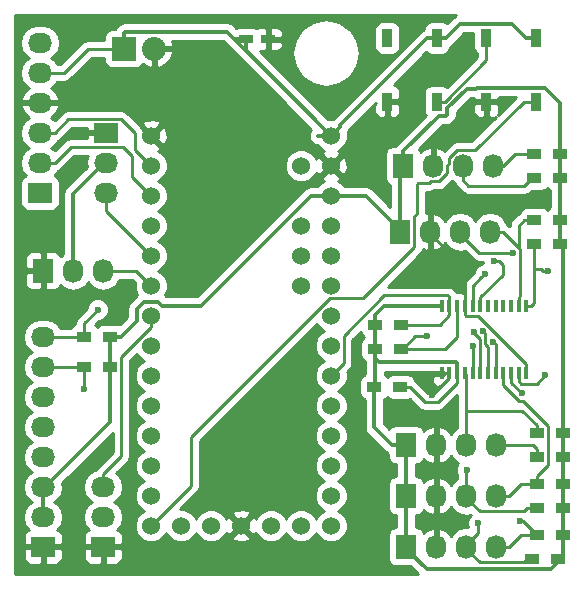
<source format=gtl>
G04 #@! TF.FileFunction,Copper,L1,Top,Signal*
%FSLAX46Y46*%
G04 Gerber Fmt 4.6, Leading zero omitted, Abs format (unit mm)*
G04 Created by KiCad (PCBNEW (2016-01-17 BZR 6493, Git da9ca2d)-product) date 19.01.2016 21.57.00*
%MOMM*%
G01*
G04 APERTURE LIST*
%ADD10C,0.100000*%
%ADD11R,0.400000X1.100000*%
%ADD12C,1.524000*%
%ADD13R,1.200000X0.750000*%
%ADD14R,2.032000X1.727200*%
%ADD15O,2.032000X1.727200*%
%ADD16R,1.727200X2.032000*%
%ADD17O,1.727200X2.032000*%
%ADD18R,2.032000X2.032000*%
%ADD19O,2.032000X2.032000*%
%ADD20R,0.900000X1.524000*%
%ADD21R,1.200000X0.900000*%
%ADD22C,0.600000*%
%ADD23C,0.350000*%
%ADD24C,0.220000*%
%ADD25C,0.250000*%
%ADD26C,0.254000*%
G04 APERTURE END LIST*
D10*
D11*
X136887000Y-82352000D03*
X137537000Y-82352000D03*
X138187000Y-82352000D03*
X138837000Y-82352000D03*
X139487000Y-82352000D03*
X140137000Y-82352000D03*
X140787000Y-82352000D03*
X141437000Y-82352000D03*
X142087000Y-82352000D03*
X142737000Y-82352000D03*
X143387000Y-82352000D03*
X144037000Y-82352000D03*
X144037000Y-76652000D03*
X143387000Y-76652000D03*
X142737000Y-76652000D03*
X142087000Y-76652000D03*
X141437000Y-76652000D03*
X140787000Y-76652000D03*
X140137000Y-76652000D03*
X139487000Y-76652000D03*
X138837000Y-76652000D03*
X138187000Y-76652000D03*
X137537000Y-76652000D03*
X136887000Y-76652000D03*
D12*
X112268000Y-67310000D03*
X112268000Y-69850000D03*
X112268000Y-62230000D03*
X112268000Y-64770000D03*
X112268000Y-72390000D03*
X112268000Y-74930000D03*
X112268000Y-77470000D03*
X112268000Y-80010000D03*
X112268000Y-82550000D03*
X112268000Y-85090000D03*
X112268000Y-87630000D03*
X112268000Y-90170000D03*
X112268000Y-92710000D03*
X112268000Y-95250000D03*
X127508000Y-95250000D03*
X127508000Y-92710000D03*
X127508000Y-90170000D03*
X127508000Y-87630000D03*
X127508000Y-85090000D03*
X127508000Y-82550000D03*
X127508000Y-80010000D03*
X127508000Y-77470000D03*
X127508000Y-74930000D03*
X127508000Y-72390000D03*
X127508000Y-69850000D03*
X127508000Y-67310000D03*
X127508000Y-64770000D03*
X127508000Y-62230000D03*
X124968000Y-64770000D03*
X124968000Y-69850000D03*
X124968000Y-72390000D03*
X124968000Y-74930000D03*
X124968000Y-95250000D03*
X122428000Y-95250000D03*
X119888000Y-95250000D03*
X117348000Y-95250000D03*
X114808000Y-95250000D03*
D13*
X120279120Y-54046120D03*
X122179120Y-54046120D03*
D14*
X108458000Y-61976000D03*
D15*
X108458000Y-64516000D03*
X108458000Y-67056000D03*
D16*
X103124000Y-73660000D03*
D17*
X105664000Y-73660000D03*
X108204000Y-73660000D03*
D14*
X108204000Y-97028000D03*
D15*
X108204000Y-94488000D03*
X108204000Y-91948000D03*
D14*
X102870000Y-67056000D03*
D15*
X102870000Y-64516000D03*
X102870000Y-61976000D03*
X102870000Y-59436000D03*
X102870000Y-56896000D03*
X102870000Y-54356000D03*
D18*
X109982000Y-54864000D03*
D19*
X112522000Y-54864000D03*
D20*
X136466000Y-53942000D03*
X132266000Y-53942000D03*
X132266000Y-59342000D03*
X136466000Y-59342000D03*
X144848000Y-53942000D03*
X140648000Y-53942000D03*
X140648000Y-59342000D03*
X144848000Y-59342000D03*
D16*
X133858000Y-88392000D03*
D17*
X136398000Y-88392000D03*
X138938000Y-88392000D03*
X141478000Y-88392000D03*
D16*
X133604000Y-64770000D03*
D17*
X136144000Y-64770000D03*
X138684000Y-64770000D03*
X141224000Y-64770000D03*
D16*
X133858000Y-92710000D03*
D17*
X136398000Y-92710000D03*
X138938000Y-92710000D03*
X141478000Y-92710000D03*
D16*
X133858000Y-97028000D03*
D17*
X136398000Y-97028000D03*
X138938000Y-97028000D03*
X141478000Y-97028000D03*
D16*
X133350000Y-70358000D03*
D17*
X135890000Y-70358000D03*
X138430000Y-70358000D03*
X140970000Y-70358000D03*
D14*
X103124000Y-97028000D03*
D15*
X103124000Y-94488000D03*
X103124000Y-91948000D03*
X103124000Y-89408000D03*
X103124000Y-86868000D03*
X103124000Y-84328000D03*
X103124000Y-81788000D03*
X103124000Y-79248000D03*
D21*
X131234000Y-78232000D03*
X133434000Y-78232000D03*
X131234000Y-80264000D03*
X133434000Y-80264000D03*
X106596000Y-79248000D03*
X108796000Y-79248000D03*
X106596000Y-81788000D03*
X108796000Y-81788000D03*
X147150000Y-87376000D03*
X144950000Y-87376000D03*
X147150000Y-89408000D03*
X144950000Y-89408000D03*
X146896000Y-63754000D03*
X144696000Y-63754000D03*
X147150000Y-91694000D03*
X144950000Y-91694000D03*
X147150000Y-96012000D03*
X144950000Y-96012000D03*
X146896000Y-69342000D03*
X144696000Y-69342000D03*
X144696000Y-65786000D03*
X146896000Y-65786000D03*
X144950000Y-93726000D03*
X147150000Y-93726000D03*
X144563920Y-98036380D03*
X146763920Y-98036380D03*
X144696000Y-71374000D03*
X146896000Y-71374000D03*
X131163060Y-83499960D03*
X133363060Y-83499960D03*
D22*
X136057640Y-84140040D03*
X135636000Y-79202280D03*
X141300666Y-72870242D03*
X106553000Y-83642200D03*
X140528040Y-73924160D03*
X107746800Y-76936600D03*
X139526980Y-80060800D03*
X140380724Y-78788422D03*
X143517620Y-94823280D03*
X145633440Y-82489040D03*
X139581096Y-78813217D03*
X141252209Y-79659907D03*
X138993880Y-90520520D03*
X143658136Y-84025910D03*
X139979400Y-94996000D03*
X142889645Y-72128333D03*
X145846800Y-73660000D03*
D23*
X109982000Y-54864000D02*
X109982000Y-53498000D01*
X109982000Y-53498000D02*
X110057001Y-53422999D01*
X126746001Y-61468001D02*
X127508000Y-62230000D01*
X110057001Y-53422999D02*
X118700999Y-53422999D01*
X118700999Y-53422999D02*
X126746001Y-61468001D01*
X120279120Y-54046120D02*
X120279120Y-55001120D01*
X120279120Y-55001120D02*
X127508000Y-62230000D01*
X120279120Y-54046120D02*
X119329120Y-54046120D01*
X119329120Y-54046120D02*
X118705999Y-53422999D01*
X118705999Y-53422999D02*
X110057001Y-53422999D01*
X126430370Y-62230000D02*
X127508000Y-62230000D01*
D24*
X109982000Y-53628000D02*
X109982000Y-54864000D01*
D23*
X136466000Y-53942000D02*
X137266000Y-53942000D01*
X137266000Y-53942000D02*
X138453001Y-52754999D01*
X138453001Y-52754999D02*
X142860999Y-52754999D01*
X142860999Y-52754999D02*
X144048000Y-53942000D01*
X144048000Y-53942000D02*
X144848000Y-53942000D01*
X127508000Y-62230000D02*
X128269999Y-61468001D01*
X128269999Y-61468001D02*
X128269999Y-61338001D01*
X128269999Y-61338001D02*
X135666000Y-53942000D01*
X135666000Y-53942000D02*
X136466000Y-53942000D01*
X105664000Y-73660000D02*
X105664000Y-67157600D01*
X105664000Y-67157600D02*
X108305600Y-64516000D01*
X108305600Y-64516000D02*
X108458000Y-64516000D01*
D25*
X104902000Y-56896000D02*
X106934000Y-54864000D01*
X106934000Y-54864000D02*
X109982000Y-54864000D01*
X102870000Y-56896000D02*
X104902000Y-56896000D01*
D24*
X137537000Y-82352000D02*
X137537000Y-82702000D01*
X137537000Y-82702000D02*
X136098960Y-84140040D01*
X136098960Y-84140040D02*
X136057640Y-84140040D01*
X144037000Y-81582000D02*
X139967001Y-77512001D01*
X138837000Y-77422000D02*
X138837000Y-76652000D01*
X144037000Y-82352000D02*
X144037000Y-81582000D01*
X139967001Y-77512001D02*
X138927001Y-77512001D01*
X138927001Y-77512001D02*
X138837000Y-77422000D01*
X138837000Y-76652000D02*
X138837000Y-73305000D01*
X138837000Y-73305000D02*
X137126000Y-71594000D01*
X137126000Y-71594000D02*
X136973600Y-71594000D01*
X136973600Y-71594000D02*
X135890000Y-70510400D01*
X135890000Y-70510400D02*
X135890000Y-70358000D01*
X137537000Y-82352000D02*
X136887000Y-82352000D01*
D25*
X112522000Y-61976000D02*
X112268000Y-62230000D01*
D24*
X108458000Y-67056000D02*
X108458000Y-68580000D01*
X108458000Y-68580000D02*
X112268000Y-72390000D01*
X108204000Y-73660000D02*
X110998000Y-73660000D01*
X110998000Y-73660000D02*
X112268000Y-74930000D01*
X112268000Y-67310000D02*
X110647610Y-65689610D01*
X109890560Y-63157100D02*
X105464900Y-63157100D01*
X104106000Y-64516000D02*
X102870000Y-64516000D01*
X110647610Y-65689610D02*
X110647610Y-63914150D01*
X110647610Y-63914150D02*
X109890560Y-63157100D01*
X105464900Y-63157100D02*
X104106000Y-64516000D01*
X127508000Y-82550000D02*
X128580001Y-81477999D01*
X128580001Y-81477999D02*
X128580001Y-79187997D01*
X128580001Y-79187997D02*
X132025999Y-75741999D01*
X132025999Y-75741999D02*
X137396999Y-75741999D01*
X137396999Y-75741999D02*
X137537000Y-75882000D01*
X137537000Y-75882000D02*
X137537000Y-76652000D01*
X133434000Y-78232000D02*
X136727000Y-78232000D01*
X136727000Y-78232000D02*
X137537000Y-77422000D01*
X137537000Y-77422000D02*
X137537000Y-76652000D01*
X133434000Y-80264000D02*
X133584000Y-80264000D01*
X133584000Y-80264000D02*
X134645720Y-79202280D01*
X134645720Y-79202280D02*
X135636000Y-79202280D01*
X133434000Y-80264000D02*
X134254000Y-80264000D01*
X134254000Y-80264000D02*
X134279400Y-80289400D01*
X134279400Y-80289400D02*
X137160000Y-80289400D01*
X137160000Y-80289400D02*
X138187000Y-79262400D01*
X138187000Y-79262400D02*
X138187000Y-76652000D01*
X111080999Y-63582999D02*
X110921800Y-63423800D01*
X110921800Y-63423800D02*
X110921800Y-62002198D01*
X110921800Y-62002198D02*
X109722001Y-60802399D01*
X109722001Y-60802399D02*
X105279601Y-60802399D01*
X105279601Y-60802399D02*
X104106000Y-61976000D01*
X104106000Y-61976000D02*
X102870000Y-61976000D01*
D25*
X111080999Y-63582999D02*
X111506001Y-64008001D01*
X111506001Y-64008001D02*
X112268000Y-64770000D01*
D24*
X112268000Y-77470000D02*
X112268000Y-78423438D01*
X112268000Y-78423438D02*
X109756001Y-80935437D01*
X109756001Y-80935437D02*
X109756001Y-89312399D01*
X109756001Y-89312399D02*
X108204000Y-90864400D01*
X108204000Y-90864400D02*
X108204000Y-91948000D01*
X139705210Y-63443990D02*
X138197875Y-63443990D01*
X134772400Y-66344800D02*
X134772400Y-68855200D01*
X144848000Y-59342000D02*
X143807200Y-59342000D01*
X143807200Y-59342000D02*
X139705210Y-63443990D01*
X135844280Y-66217800D02*
X134899400Y-66217800D01*
X137510390Y-64131475D02*
X137510390Y-64551690D01*
X138197875Y-63443990D02*
X137510390Y-64131475D01*
X137510390Y-64551690D02*
X137317610Y-64744470D01*
X137317610Y-65408525D02*
X136630125Y-66096010D01*
X137317610Y-64744470D02*
X137317610Y-65408525D01*
X115671600Y-91846400D02*
X113029999Y-94488001D01*
X135966070Y-66096010D02*
X135844280Y-66217800D01*
X113029999Y-94488001D02*
X112268000Y-95250000D01*
X134573601Y-69053999D02*
X134573601Y-71662001D01*
X134573601Y-71662001D02*
X130233601Y-76002001D01*
X136630125Y-66096010D02*
X135966070Y-66096010D01*
X134899400Y-66217800D02*
X134772400Y-66344800D01*
X134772400Y-68855200D02*
X134573601Y-69053999D01*
X130233601Y-76002001D02*
X127389437Y-76002001D01*
X127389437Y-76002001D02*
X115671600Y-87719838D01*
X115671600Y-87719838D02*
X115671600Y-91846400D01*
D23*
X133858000Y-88392000D02*
X132644400Y-88392000D01*
X132644400Y-88392000D02*
X131163060Y-86910660D01*
X131163060Y-86910660D02*
X131163060Y-84299960D01*
X131163060Y-84299960D02*
X131163060Y-83499960D01*
X131234000Y-80264000D02*
X131234000Y-83429020D01*
X131234000Y-83429020D02*
X131163060Y-83499960D01*
X146896000Y-63754000D02*
X146896000Y-59412998D01*
X139857999Y-58154999D02*
X139772999Y-58239999D01*
X146896000Y-59412998D02*
X145638001Y-58154999D01*
X137256001Y-60529001D02*
X136625799Y-60529001D01*
X145638001Y-58154999D02*
X139857999Y-58154999D01*
X139772999Y-58239999D02*
X138994619Y-58239999D01*
X138994619Y-58239999D02*
X137357609Y-59877009D01*
X136625799Y-60529001D02*
X133604000Y-63550800D01*
X137357609Y-59877009D02*
X137341001Y-59877009D01*
X137341001Y-59877009D02*
X137341001Y-60444001D01*
X137341001Y-60444001D02*
X137256001Y-60529001D01*
X133604000Y-63550800D02*
X133604000Y-64770000D01*
X146896000Y-65786000D02*
X146896000Y-63754000D01*
X146896000Y-69342000D02*
X146896000Y-68542000D01*
X146896000Y-68542000D02*
X146896000Y-65786000D01*
X146896000Y-71374000D02*
X146896000Y-69342000D01*
X147150000Y-98044000D02*
X147000000Y-98044000D01*
X147000000Y-98044000D02*
X146124999Y-98919001D01*
X146124999Y-98919001D02*
X135596601Y-98919001D01*
X135596601Y-98919001D02*
X133858000Y-97180400D01*
X133858000Y-97180400D02*
X133858000Y-97028000D01*
X108796000Y-79248000D02*
X109746000Y-79248000D01*
X116528838Y-76606400D02*
X125825238Y-67310000D01*
X109746000Y-79248000D02*
X111080999Y-77913001D01*
X111080999Y-77913001D02*
X111080999Y-76900239D01*
X111080999Y-76900239D02*
X111698239Y-76282999D01*
X111698239Y-76282999D02*
X112837761Y-76282999D01*
X112837761Y-76282999D02*
X113161162Y-76606400D01*
X113161162Y-76606400D02*
X116528838Y-76606400D01*
X125825238Y-67310000D02*
X126430370Y-67310000D01*
X126430370Y-67310000D02*
X127508000Y-67310000D01*
X133350000Y-70358000D02*
X133350000Y-65024000D01*
X133350000Y-65024000D02*
X133604000Y-64770000D01*
X127508000Y-67310000D02*
X130454400Y-67310000D01*
X130454400Y-67310000D02*
X133350000Y-70205600D01*
X133350000Y-70205600D02*
X133350000Y-70358000D01*
X133858000Y-92710000D02*
X133858000Y-94076000D01*
X133858000Y-94076000D02*
X133858000Y-97028000D01*
X133858000Y-88392000D02*
X133858000Y-92710000D01*
X147150000Y-96012000D02*
X147150000Y-98044000D01*
X147150000Y-93726000D02*
X147150000Y-96012000D01*
X147150000Y-91694000D02*
X147150000Y-93726000D01*
X147150000Y-89408000D02*
X147150000Y-91694000D01*
X147150000Y-87376000D02*
X147150000Y-89408000D01*
X147150000Y-87376000D02*
X147150000Y-71628000D01*
X147150000Y-71628000D02*
X146896000Y-71374000D01*
X147000000Y-87376000D02*
X147150000Y-87376000D01*
X131234000Y-80264000D02*
X131234000Y-78232000D01*
X131234000Y-80264000D02*
X131234000Y-81064000D01*
X131234000Y-81064000D02*
X131546999Y-81376999D01*
X131546999Y-81376999D02*
X138111999Y-81376999D01*
X138111999Y-81376999D02*
X138187000Y-81452000D01*
X136887000Y-76652000D02*
X132014000Y-76652000D01*
X132014000Y-76652000D02*
X131234000Y-77432000D01*
X131234000Y-77432000D02*
X131234000Y-78232000D01*
X103124000Y-94488000D02*
X103124000Y-91948000D01*
X108796000Y-81788000D02*
X108796000Y-86428400D01*
X108796000Y-86428400D02*
X103276400Y-91948000D01*
X103276400Y-91948000D02*
X103124000Y-91948000D01*
X108796000Y-79248000D02*
X108796000Y-81788000D01*
D24*
X136466000Y-59342000D02*
X137136000Y-59342000D01*
X140648000Y-55830000D02*
X140648000Y-54924000D01*
X137136000Y-59342000D02*
X140648000Y-55830000D01*
X140648000Y-54924000D02*
X140648000Y-53942000D01*
X140137000Y-75882000D02*
X142035621Y-73983379D01*
X140137000Y-76652000D02*
X140137000Y-75882000D01*
X142035621Y-73180933D02*
X141724930Y-72870242D01*
X141724930Y-72870242D02*
X141300666Y-72870242D01*
X142035621Y-73983379D02*
X142035621Y-73180933D01*
X106596000Y-81788000D02*
X106596000Y-83599200D01*
X106596000Y-83599200D02*
X106553000Y-83642200D01*
X103124000Y-81788000D02*
X103276400Y-81788000D01*
X103276400Y-81788000D02*
X106596000Y-81788000D01*
X140228041Y-74224159D02*
X140528040Y-73924160D01*
X139487000Y-74965200D02*
X140228041Y-74224159D01*
X139487000Y-76652000D02*
X139487000Y-74965200D01*
X106596000Y-79248000D02*
X106596000Y-78087400D01*
X106596000Y-78087400D02*
X107746800Y-76936600D01*
X106596000Y-79248000D02*
X103124000Y-79248000D01*
X144950000Y-87376000D02*
X144950000Y-86733200D01*
X144950000Y-86733200D02*
X143713200Y-85496400D01*
X143713200Y-85496400D02*
X138938000Y-85496400D01*
X138938000Y-88392000D02*
X138938000Y-85496400D01*
X138938000Y-85496400D02*
X138938000Y-82453000D01*
X138938000Y-88392000D02*
X138938000Y-88544400D01*
X145100000Y-87376000D02*
X144950000Y-87376000D01*
X138938000Y-82453000D02*
X138837000Y-82352000D01*
X139487000Y-80100780D02*
X139526980Y-80060800D01*
X139487000Y-82352000D02*
X139487000Y-80100780D01*
X141478000Y-88392000D02*
X144604000Y-88392000D01*
X144604000Y-88392000D02*
X144950000Y-88738000D01*
X144950000Y-88738000D02*
X144950000Y-89408000D01*
X140578420Y-78986118D02*
X140380724Y-78788422D01*
X140787000Y-80097502D02*
X140578420Y-79888922D01*
X140787000Y-82352000D02*
X140787000Y-80097502D01*
X140578420Y-79888922D02*
X140578420Y-78986118D01*
X141224000Y-64770000D02*
X142062200Y-64770000D01*
X142062200Y-64770000D02*
X143078200Y-63754000D01*
X143078200Y-63754000D02*
X144696000Y-63754000D01*
X145860001Y-86783003D02*
X143745313Y-84668315D01*
X143745313Y-84668315D02*
X143420210Y-84668315D01*
X144950000Y-91024000D02*
X145860001Y-90113999D01*
X142087000Y-83122000D02*
X142087000Y-82352000D01*
X143420210Y-84668315D02*
X142087000Y-83335105D01*
X142087000Y-83335105D02*
X142087000Y-83122000D01*
X145860001Y-90113999D02*
X145860001Y-86783003D01*
X144950000Y-91694000D02*
X144950000Y-91024000D01*
X141478000Y-92710000D02*
X142561600Y-92710000D01*
X142561600Y-92710000D02*
X143577600Y-91694000D01*
X143577600Y-91694000D02*
X144950000Y-91694000D01*
X143517620Y-94823280D02*
X143761280Y-94823280D01*
X143761280Y-94823280D02*
X144950000Y-96012000D01*
X143387000Y-82352000D02*
X143387000Y-83010002D01*
X144910479Y-83212001D02*
X145633440Y-82489040D01*
X143387000Y-83010002D02*
X143588999Y-83212001D01*
X143588999Y-83212001D02*
X144910479Y-83212001D01*
X141478000Y-97028000D02*
X142561600Y-97028000D01*
X142561600Y-97028000D02*
X143577600Y-96012000D01*
X143577600Y-96012000D02*
X144950000Y-96012000D01*
X143387000Y-76652000D02*
X143387000Y-75882000D01*
X143387000Y-75882000D02*
X143499646Y-75769354D01*
X143499646Y-75769354D02*
X143499646Y-71804046D01*
X143499646Y-71804046D02*
X143387000Y-71691400D01*
X144696000Y-69342000D02*
X143876000Y-69342000D01*
X143876000Y-69342000D02*
X143387000Y-69831000D01*
X143387000Y-69831000D02*
X143387000Y-71691400D01*
X143387000Y-71691400D02*
X142053600Y-70358000D01*
X142053600Y-70358000D02*
X140970000Y-70358000D01*
X139581096Y-78882066D02*
X139581096Y-78813217D01*
X140137000Y-79437970D02*
X139581096Y-78882066D01*
X140137000Y-82352000D02*
X140137000Y-79437970D01*
X138684000Y-64770000D02*
X138684000Y-66006000D01*
X138684000Y-66006000D02*
X139134000Y-66456000D01*
X139134000Y-66456000D02*
X143876000Y-66456000D01*
X143876000Y-66456000D02*
X144546000Y-65786000D01*
X144546000Y-65786000D02*
X144696000Y-65786000D01*
X141437000Y-82352000D02*
X141437000Y-79844698D01*
X141437000Y-79844698D02*
X141252209Y-79659907D01*
X138938000Y-90576400D02*
X138993880Y-90520520D01*
X138938000Y-92710000D02*
X138938000Y-90576400D01*
X138938000Y-92710000D02*
X138938000Y-92862400D01*
X138938000Y-92862400D02*
X140111610Y-94036010D01*
X140111610Y-94036010D02*
X143819990Y-94036010D01*
X143819990Y-94036010D02*
X144130000Y-93726000D01*
X144130000Y-93726000D02*
X144950000Y-93726000D01*
X142737000Y-83122000D02*
X143640910Y-84025910D01*
X143640910Y-84025910D02*
X143658136Y-84025910D01*
X142737000Y-82352000D02*
X142737000Y-83122000D01*
X138938000Y-97028000D02*
X138938000Y-96875600D01*
X138938000Y-96875600D02*
X139979400Y-95834200D01*
X139979400Y-95834200D02*
X139979400Y-94996000D01*
X138938000Y-97028000D02*
X138938000Y-97180400D01*
X138938000Y-97180400D02*
X140111610Y-98354010D01*
X140111610Y-98354010D02*
X143819990Y-98354010D01*
X143819990Y-98354010D02*
X144130000Y-98044000D01*
X144130000Y-98044000D02*
X144950000Y-98044000D01*
X138430000Y-70510400D02*
X140047933Y-72128333D01*
X140047933Y-72128333D02*
X142465381Y-72128333D01*
X142465381Y-72128333D02*
X142889645Y-72128333D01*
X138430000Y-70358000D02*
X138430000Y-70510400D01*
X144696000Y-71374000D02*
X144696000Y-73482200D01*
X145244736Y-73482200D02*
X144696000Y-73482200D01*
X144696000Y-73482200D02*
X144696000Y-76413000D01*
X145846800Y-73660000D02*
X145422536Y-73660000D01*
X145422536Y-73660000D02*
X145244736Y-73482200D01*
X144696000Y-76413000D02*
X144457000Y-76652000D01*
X144457000Y-76652000D02*
X144037000Y-76652000D01*
X138187000Y-83122000D02*
X138187000Y-82352000D01*
X134183060Y-83499960D02*
X135433142Y-84750042D01*
X136558958Y-84750042D02*
X138187000Y-83122000D01*
X133363060Y-83499960D02*
X134183060Y-83499960D01*
X135433142Y-84750042D02*
X136558958Y-84750042D01*
D23*
X138187000Y-81452000D02*
X138187000Y-82352000D01*
D26*
G36*
X138037772Y-52076987D02*
X137880245Y-52182242D01*
X137353720Y-52708768D01*
X137163765Y-52581843D01*
X136916000Y-52532560D01*
X136016000Y-52532560D01*
X135768235Y-52581843D01*
X135558191Y-52722191D01*
X135417843Y-52932235D01*
X135368560Y-53180000D01*
X135368560Y-53191165D01*
X135356026Y-53193658D01*
X135271940Y-53249843D01*
X135093244Y-53369243D01*
X127697243Y-60765245D01*
X127651887Y-60833125D01*
X127256293Y-60832780D01*
X124518115Y-58094602D01*
X121658353Y-55234840D01*
X124211358Y-55234840D01*
X124429044Y-56329224D01*
X125048963Y-57256997D01*
X125976736Y-57876916D01*
X127071120Y-58094602D01*
X128165504Y-57876916D01*
X129093277Y-57256997D01*
X129713196Y-56329224D01*
X129930882Y-55234840D01*
X129713196Y-54140456D01*
X129093277Y-53212683D01*
X129044364Y-53180000D01*
X131168560Y-53180000D01*
X131168560Y-54704000D01*
X131217843Y-54951765D01*
X131358191Y-55161809D01*
X131568235Y-55302157D01*
X131816000Y-55351440D01*
X132716000Y-55351440D01*
X132963765Y-55302157D01*
X133173809Y-55161809D01*
X133314157Y-54951765D01*
X133363440Y-54704000D01*
X133363440Y-53180000D01*
X133314157Y-52932235D01*
X133173809Y-52722191D01*
X132963765Y-52581843D01*
X132716000Y-52532560D01*
X131816000Y-52532560D01*
X131568235Y-52581843D01*
X131358191Y-52722191D01*
X131217843Y-52932235D01*
X131168560Y-53180000D01*
X129044364Y-53180000D01*
X128165504Y-52592764D01*
X127071120Y-52375078D01*
X125976736Y-52592764D01*
X125048963Y-53212683D01*
X124429044Y-54140456D01*
X124211358Y-55234840D01*
X121658353Y-55234840D01*
X121479632Y-55056120D01*
X121893370Y-55056120D01*
X122052120Y-54897370D01*
X122052120Y-54173120D01*
X122306120Y-54173120D01*
X122306120Y-54897370D01*
X122464870Y-55056120D01*
X122905429Y-55056120D01*
X123138818Y-54959447D01*
X123317447Y-54780819D01*
X123414120Y-54547430D01*
X123414120Y-54331870D01*
X123255370Y-54173120D01*
X122306120Y-54173120D01*
X122052120Y-54173120D01*
X122032120Y-54173120D01*
X122032120Y-53919120D01*
X122052120Y-53919120D01*
X122052120Y-53194870D01*
X122306120Y-53194870D01*
X122306120Y-53919120D01*
X123255370Y-53919120D01*
X123414120Y-53760370D01*
X123414120Y-53544810D01*
X123317447Y-53311421D01*
X123138818Y-53132793D01*
X122905429Y-53036120D01*
X122464870Y-53036120D01*
X122306120Y-53194870D01*
X122052120Y-53194870D01*
X121893370Y-53036120D01*
X121452811Y-53036120D01*
X121219422Y-53132793D01*
X121218222Y-53133993D01*
X121126885Y-53072963D01*
X120879120Y-53023680D01*
X119679120Y-53023680D01*
X119489842Y-53061329D01*
X119278755Y-52850243D01*
X119015973Y-52674657D01*
X118705999Y-52612999D01*
X110057001Y-52612999D01*
X109747027Y-52674657D01*
X109675888Y-52722191D01*
X109484244Y-52850243D01*
X109409244Y-52925244D01*
X109233658Y-53188026D01*
X109231165Y-53200560D01*
X108966000Y-53200560D01*
X108718235Y-53249843D01*
X108508191Y-53390191D01*
X108367843Y-53600235D01*
X108318560Y-53848000D01*
X108318560Y-54104000D01*
X106934000Y-54104000D01*
X106643161Y-54161852D01*
X106396599Y-54326599D01*
X104587198Y-56136000D01*
X104314648Y-56136000D01*
X104114415Y-55836330D01*
X103799634Y-55626000D01*
X104114415Y-55415670D01*
X104439271Y-54929489D01*
X104553345Y-54356000D01*
X104439271Y-53782511D01*
X104114415Y-53296330D01*
X103628234Y-52971474D01*
X103054745Y-52857400D01*
X102685255Y-52857400D01*
X102111766Y-52971474D01*
X101625585Y-53296330D01*
X101300729Y-53782511D01*
X101186655Y-54356000D01*
X101300729Y-54929489D01*
X101625585Y-55415670D01*
X101940366Y-55626000D01*
X101625585Y-55836330D01*
X101300729Y-56322511D01*
X101186655Y-56896000D01*
X101300729Y-57469489D01*
X101625585Y-57955670D01*
X101935069Y-58162461D01*
X101519268Y-58533964D01*
X101265291Y-59061209D01*
X101262642Y-59076974D01*
X101383783Y-59309000D01*
X102743000Y-59309000D01*
X102743000Y-59289000D01*
X102997000Y-59289000D01*
X102997000Y-59309000D01*
X104356217Y-59309000D01*
X104477358Y-59076974D01*
X104474709Y-59061209D01*
X104220732Y-58533964D01*
X103804931Y-58162461D01*
X104114415Y-57955670D01*
X104314648Y-57656000D01*
X104902000Y-57656000D01*
X105192839Y-57598148D01*
X105439401Y-57433401D01*
X107248802Y-55624000D01*
X108318560Y-55624000D01*
X108318560Y-55880000D01*
X108367843Y-56127765D01*
X108508191Y-56337809D01*
X108718235Y-56478157D01*
X108966000Y-56527440D01*
X110998000Y-56527440D01*
X111245765Y-56478157D01*
X111455809Y-56337809D01*
X111560662Y-56180887D01*
X111657182Y-56270385D01*
X112139056Y-56469975D01*
X112395000Y-56350836D01*
X112395000Y-54991000D01*
X112649000Y-54991000D01*
X112649000Y-56350836D01*
X112904944Y-56469975D01*
X113386818Y-56270385D01*
X113859188Y-55832379D01*
X114127983Y-55246946D01*
X114009367Y-54991000D01*
X112649000Y-54991000D01*
X112395000Y-54991000D01*
X112375000Y-54991000D01*
X112375000Y-54737000D01*
X112395000Y-54737000D01*
X112395000Y-54717000D01*
X112649000Y-54717000D01*
X112649000Y-54737000D01*
X114009367Y-54737000D01*
X114127983Y-54481054D01*
X114014091Y-54232999D01*
X118365487Y-54232999D01*
X123347487Y-59215000D01*
X125830424Y-61697937D01*
X125682028Y-61920026D01*
X125620370Y-62230000D01*
X125682028Y-62539974D01*
X125857614Y-62802756D01*
X126120396Y-62978342D01*
X126322242Y-63018492D01*
X126322990Y-63020303D01*
X126715630Y-63413629D01*
X126907727Y-63493395D01*
X126776857Y-63547603D01*
X126707392Y-63789787D01*
X127508000Y-64590395D01*
X128308608Y-63789787D01*
X128239143Y-63547603D01*
X128098682Y-63497491D01*
X128298303Y-63415010D01*
X128691629Y-63022370D01*
X128904757Y-62509100D01*
X128905242Y-61953339D01*
X128903685Y-61949570D01*
X128970883Y-61849000D01*
X129018341Y-61777975D01*
X129028969Y-61724543D01*
X131284510Y-59469002D01*
X131339748Y-59469002D01*
X131181000Y-59627750D01*
X131181000Y-60230309D01*
X131277673Y-60463698D01*
X131456301Y-60642327D01*
X131689690Y-60739000D01*
X131980250Y-60739000D01*
X132139000Y-60580250D01*
X132139000Y-59469000D01*
X132393000Y-59469000D01*
X132393000Y-60580250D01*
X132551750Y-60739000D01*
X132842310Y-60739000D01*
X133075699Y-60642327D01*
X133254327Y-60463698D01*
X133351000Y-60230309D01*
X133351000Y-59627750D01*
X133192250Y-59469000D01*
X132393000Y-59469000D01*
X132139000Y-59469000D01*
X132119000Y-59469000D01*
X132119000Y-59215000D01*
X132139000Y-59215000D01*
X132139000Y-59195000D01*
X132393000Y-59195000D01*
X132393000Y-59215000D01*
X133192250Y-59215000D01*
X133351000Y-59056250D01*
X133351000Y-58453691D01*
X133254327Y-58220302D01*
X133075699Y-58041673D01*
X132842310Y-57945000D01*
X132808513Y-57945000D01*
X135578280Y-55175232D01*
X135768235Y-55302157D01*
X136016000Y-55351440D01*
X136916000Y-55351440D01*
X137163765Y-55302157D01*
X137373809Y-55161809D01*
X137514157Y-54951765D01*
X137563440Y-54704000D01*
X137563440Y-54692835D01*
X137575974Y-54690342D01*
X137838756Y-54514756D01*
X138788514Y-53564999D01*
X139550560Y-53564999D01*
X139550560Y-54704000D01*
X139599843Y-54951765D01*
X139740191Y-55161809D01*
X139903000Y-55270595D01*
X139903000Y-55521410D01*
X137330894Y-58093516D01*
X137163765Y-57981843D01*
X136916000Y-57932560D01*
X136016000Y-57932560D01*
X135768235Y-57981843D01*
X135558191Y-58122191D01*
X135417843Y-58332235D01*
X135368560Y-58580000D01*
X135368560Y-60104000D01*
X135417843Y-60351765D01*
X135513845Y-60495442D01*
X133031244Y-62978044D01*
X132945372Y-63106560D01*
X132740400Y-63106560D01*
X132492635Y-63155843D01*
X132282591Y-63296191D01*
X132142243Y-63506235D01*
X132092960Y-63754000D01*
X132092960Y-65786000D01*
X132142243Y-66033765D01*
X132282591Y-66243809D01*
X132492635Y-66384157D01*
X132540000Y-66393578D01*
X132540000Y-68250087D01*
X131027156Y-66737244D01*
X130866503Y-66629899D01*
X130764374Y-66561658D01*
X130454400Y-66500000D01*
X128673347Y-66500000D01*
X128300370Y-66126371D01*
X128108273Y-66046605D01*
X128239143Y-65992397D01*
X128308608Y-65750213D01*
X127508000Y-64949605D01*
X126707392Y-65750213D01*
X126776857Y-65992397D01*
X126917318Y-66042509D01*
X126717697Y-66124990D01*
X126342032Y-66500000D01*
X125825238Y-66500000D01*
X125515264Y-66561658D01*
X125413135Y-66629899D01*
X125252482Y-66737243D01*
X116193326Y-75796400D01*
X113496674Y-75796400D01*
X113437124Y-75736850D01*
X113451629Y-75722370D01*
X113664757Y-75209100D01*
X113665242Y-74653339D01*
X113453010Y-74139697D01*
X113060370Y-73746371D01*
X112852488Y-73660051D01*
X113058303Y-73575010D01*
X113451629Y-73182370D01*
X113664757Y-72669100D01*
X113665242Y-72113339D01*
X113453010Y-71599697D01*
X113060370Y-71206371D01*
X112852488Y-71120051D01*
X113058303Y-71035010D01*
X113451629Y-70642370D01*
X113664757Y-70129100D01*
X113665242Y-69573339D01*
X113453010Y-69059697D01*
X113060370Y-68666371D01*
X112852488Y-68580051D01*
X113058303Y-68495010D01*
X113451629Y-68102370D01*
X113664757Y-67589100D01*
X113665242Y-67033339D01*
X113453010Y-66519697D01*
X113060370Y-66126371D01*
X112852488Y-66040051D01*
X113058303Y-65955010D01*
X113451629Y-65562370D01*
X113664757Y-65049100D01*
X113664759Y-65046661D01*
X123570758Y-65046661D01*
X123782990Y-65560303D01*
X124175630Y-65953629D01*
X124688900Y-66166757D01*
X125244661Y-66167242D01*
X125758303Y-65955010D01*
X126151629Y-65562370D01*
X126231395Y-65370273D01*
X126285603Y-65501143D01*
X126527787Y-65570608D01*
X127328395Y-64770000D01*
X127687605Y-64770000D01*
X128488213Y-65570608D01*
X128730397Y-65501143D01*
X128917144Y-64977698D01*
X128889362Y-64422632D01*
X128730397Y-64038857D01*
X128488213Y-63969392D01*
X127687605Y-64770000D01*
X127328395Y-64770000D01*
X126527787Y-63969392D01*
X126285603Y-64038857D01*
X126235491Y-64179318D01*
X126153010Y-63979697D01*
X125760370Y-63586371D01*
X125247100Y-63373243D01*
X124691339Y-63372758D01*
X124177697Y-63584990D01*
X123784371Y-63977630D01*
X123571243Y-64490900D01*
X123570758Y-65046661D01*
X113664759Y-65046661D01*
X113665242Y-64493339D01*
X113453010Y-63979697D01*
X113060370Y-63586371D01*
X112868273Y-63506605D01*
X112999143Y-63452397D01*
X113068608Y-63210213D01*
X112268000Y-62409605D01*
X112253858Y-62423748D01*
X112074253Y-62244143D01*
X112088395Y-62230000D01*
X112447605Y-62230000D01*
X113248213Y-63030608D01*
X113490397Y-62961143D01*
X113677144Y-62437698D01*
X113649362Y-61882632D01*
X113490397Y-61498857D01*
X113248213Y-61429392D01*
X112447605Y-62230000D01*
X112088395Y-62230000D01*
X111618681Y-61760286D01*
X111610090Y-61717099D01*
X111448595Y-61475403D01*
X111222979Y-61249787D01*
X111467392Y-61249787D01*
X112268000Y-62050395D01*
X113068608Y-61249787D01*
X112999143Y-61007603D01*
X112475698Y-60820856D01*
X111920632Y-60848638D01*
X111536857Y-61007603D01*
X111467392Y-61249787D01*
X111222979Y-61249787D01*
X110248796Y-60275604D01*
X110007100Y-60114109D01*
X109722001Y-60057398D01*
X109721996Y-60057399D01*
X105279601Y-60057399D01*
X104994502Y-60114109D01*
X104752806Y-60275604D01*
X104752804Y-60275607D01*
X104113016Y-60915395D01*
X103804931Y-60709539D01*
X104220732Y-60338036D01*
X104474709Y-59810791D01*
X104477358Y-59795026D01*
X104356217Y-59563000D01*
X102997000Y-59563000D01*
X102997000Y-59583000D01*
X102743000Y-59583000D01*
X102743000Y-59563000D01*
X101383783Y-59563000D01*
X101262642Y-59795026D01*
X101265291Y-59810791D01*
X101519268Y-60338036D01*
X101935069Y-60709539D01*
X101625585Y-60916330D01*
X101300729Y-61402511D01*
X101186655Y-61976000D01*
X101300729Y-62549489D01*
X101625585Y-63035670D01*
X101940366Y-63246000D01*
X101625585Y-63456330D01*
X101300729Y-63942511D01*
X101186655Y-64516000D01*
X101300729Y-65089489D01*
X101625585Y-65575670D01*
X101642566Y-65587016D01*
X101606235Y-65594243D01*
X101396191Y-65734591D01*
X101255843Y-65944635D01*
X101206560Y-66192400D01*
X101206560Y-67919600D01*
X101255843Y-68167365D01*
X101396191Y-68377409D01*
X101606235Y-68517757D01*
X101854000Y-68567040D01*
X103886000Y-68567040D01*
X104133765Y-68517757D01*
X104343809Y-68377409D01*
X104484157Y-68167365D01*
X104533440Y-67919600D01*
X104533440Y-66192400D01*
X104484157Y-65944635D01*
X104343809Y-65734591D01*
X104133765Y-65594243D01*
X104097434Y-65587016D01*
X104114415Y-65575670D01*
X104358189Y-65210836D01*
X104391099Y-65204290D01*
X104632795Y-65042795D01*
X105773489Y-63902100D01*
X106915731Y-63902100D01*
X106888729Y-63942511D01*
X106774655Y-64516000D01*
X106838602Y-64837485D01*
X105091244Y-66584844D01*
X104915658Y-66847626D01*
X104854000Y-67157600D01*
X104854000Y-72248761D01*
X104604330Y-72415585D01*
X104589500Y-72437780D01*
X104525927Y-72284302D01*
X104347299Y-72105673D01*
X104113910Y-72009000D01*
X103409750Y-72009000D01*
X103251000Y-72167750D01*
X103251000Y-73533000D01*
X103271000Y-73533000D01*
X103271000Y-73787000D01*
X103251000Y-73787000D01*
X103251000Y-75152250D01*
X103409750Y-75311000D01*
X104113910Y-75311000D01*
X104347299Y-75214327D01*
X104525927Y-75035698D01*
X104589500Y-74882220D01*
X104604330Y-74904415D01*
X105090511Y-75229271D01*
X105664000Y-75343345D01*
X106237489Y-75229271D01*
X106723670Y-74904415D01*
X106934000Y-74589634D01*
X107144330Y-74904415D01*
X107630511Y-75229271D01*
X108204000Y-75343345D01*
X108777489Y-75229271D01*
X109263670Y-74904415D01*
X109588526Y-74418234D01*
X109591158Y-74405000D01*
X110689410Y-74405000D01*
X110890041Y-74605630D01*
X110871243Y-74650900D01*
X110870758Y-75206661D01*
X111082990Y-75720303D01*
X111099192Y-75736533D01*
X110508243Y-76327483D01*
X110332657Y-76590265D01*
X110270999Y-76900239D01*
X110270999Y-77577488D01*
X109646690Y-78201798D01*
X109643765Y-78199843D01*
X109396000Y-78150560D01*
X108196000Y-78150560D01*
X107948235Y-78199843D01*
X107738191Y-78340191D01*
X107696000Y-78403334D01*
X107653809Y-78340191D01*
X107499743Y-78237247D01*
X107865286Y-77871704D01*
X107931967Y-77871762D01*
X108275743Y-77729717D01*
X108538992Y-77466927D01*
X108681638Y-77123399D01*
X108681962Y-76751433D01*
X108539917Y-76407657D01*
X108277127Y-76144408D01*
X107933599Y-76001762D01*
X107561633Y-76001438D01*
X107217857Y-76143483D01*
X106954608Y-76406273D01*
X106811962Y-76749801D01*
X106811903Y-76817907D01*
X106069205Y-77560605D01*
X105907710Y-77802301D01*
X105850999Y-78087400D01*
X105851000Y-78087405D01*
X105851000Y-78179402D01*
X105748235Y-78199843D01*
X105538191Y-78340191D01*
X105429405Y-78503000D01*
X104578671Y-78503000D01*
X104368415Y-78188330D01*
X103882234Y-77863474D01*
X103308745Y-77749400D01*
X102939255Y-77749400D01*
X102365766Y-77863474D01*
X101879585Y-78188330D01*
X101554729Y-78674511D01*
X101440655Y-79248000D01*
X101554729Y-79821489D01*
X101879585Y-80307670D01*
X102194366Y-80518000D01*
X101879585Y-80728330D01*
X101554729Y-81214511D01*
X101440655Y-81788000D01*
X101554729Y-82361489D01*
X101879585Y-82847670D01*
X102194366Y-83058000D01*
X101879585Y-83268330D01*
X101554729Y-83754511D01*
X101440655Y-84328000D01*
X101554729Y-84901489D01*
X101879585Y-85387670D01*
X102194366Y-85598000D01*
X101879585Y-85808330D01*
X101554729Y-86294511D01*
X101440655Y-86868000D01*
X101554729Y-87441489D01*
X101879585Y-87927670D01*
X102194366Y-88138000D01*
X101879585Y-88348330D01*
X101554729Y-88834511D01*
X101440655Y-89408000D01*
X101554729Y-89981489D01*
X101879585Y-90467670D01*
X102194366Y-90678000D01*
X101879585Y-90888330D01*
X101554729Y-91374511D01*
X101440655Y-91948000D01*
X101554729Y-92521489D01*
X101879585Y-93007670D01*
X102194366Y-93218000D01*
X101879585Y-93428330D01*
X101554729Y-93914511D01*
X101440655Y-94488000D01*
X101554729Y-95061489D01*
X101879585Y-95547670D01*
X101901780Y-95562500D01*
X101748302Y-95626073D01*
X101569673Y-95804701D01*
X101473000Y-96038090D01*
X101473000Y-96742250D01*
X101631750Y-96901000D01*
X102997000Y-96901000D01*
X102997000Y-96881000D01*
X103251000Y-96881000D01*
X103251000Y-96901000D01*
X104616250Y-96901000D01*
X104775000Y-96742250D01*
X104775000Y-96038090D01*
X104678327Y-95804701D01*
X104499698Y-95626073D01*
X104346220Y-95562500D01*
X104368415Y-95547670D01*
X104693271Y-95061489D01*
X104807345Y-94488000D01*
X104693271Y-93914511D01*
X104368415Y-93428330D01*
X104053634Y-93218000D01*
X104368415Y-93007670D01*
X104693271Y-92521489D01*
X104807345Y-91948000D01*
X104743398Y-91626515D01*
X109011001Y-87358912D01*
X109011001Y-89003810D01*
X107677205Y-90337605D01*
X107538627Y-90545003D01*
X107445766Y-90563474D01*
X106959585Y-90888330D01*
X106634729Y-91374511D01*
X106520655Y-91948000D01*
X106634729Y-92521489D01*
X106959585Y-93007670D01*
X107274366Y-93218000D01*
X106959585Y-93428330D01*
X106634729Y-93914511D01*
X106520655Y-94488000D01*
X106634729Y-95061489D01*
X106959585Y-95547670D01*
X106981780Y-95562500D01*
X106828302Y-95626073D01*
X106649673Y-95804701D01*
X106553000Y-96038090D01*
X106553000Y-96742250D01*
X106711750Y-96901000D01*
X108077000Y-96901000D01*
X108077000Y-96881000D01*
X108331000Y-96881000D01*
X108331000Y-96901000D01*
X109696250Y-96901000D01*
X109855000Y-96742250D01*
X109855000Y-96038090D01*
X109758327Y-95804701D01*
X109579698Y-95626073D01*
X109426220Y-95562500D01*
X109448415Y-95547670D01*
X109773271Y-95061489D01*
X109887345Y-94488000D01*
X109773271Y-93914511D01*
X109448415Y-93428330D01*
X109133634Y-93218000D01*
X109448415Y-93007670D01*
X109773271Y-92521489D01*
X109887345Y-91948000D01*
X109773271Y-91374511D01*
X109448415Y-90888330D01*
X109319679Y-90802311D01*
X110282793Y-89839196D01*
X110282796Y-89839194D01*
X110444291Y-89597498D01*
X110478347Y-89426290D01*
X110501002Y-89312399D01*
X110501001Y-89312394D01*
X110501001Y-81244027D01*
X111042564Y-80702464D01*
X111082990Y-80800303D01*
X111475630Y-81193629D01*
X111683512Y-81279949D01*
X111477697Y-81364990D01*
X111084371Y-81757630D01*
X110871243Y-82270900D01*
X110870758Y-82826661D01*
X111082990Y-83340303D01*
X111475630Y-83733629D01*
X111683512Y-83819949D01*
X111477697Y-83904990D01*
X111084371Y-84297630D01*
X110871243Y-84810900D01*
X110870758Y-85366661D01*
X111082990Y-85880303D01*
X111475630Y-86273629D01*
X111683512Y-86359949D01*
X111477697Y-86444990D01*
X111084371Y-86837630D01*
X110871243Y-87350900D01*
X110870758Y-87906661D01*
X111082990Y-88420303D01*
X111475630Y-88813629D01*
X111683512Y-88899949D01*
X111477697Y-88984990D01*
X111084371Y-89377630D01*
X110871243Y-89890900D01*
X110870758Y-90446661D01*
X111082990Y-90960303D01*
X111475630Y-91353629D01*
X111683512Y-91439949D01*
X111477697Y-91524990D01*
X111084371Y-91917630D01*
X110871243Y-92430900D01*
X110870758Y-92986661D01*
X111082990Y-93500303D01*
X111475630Y-93893629D01*
X111683512Y-93979949D01*
X111477697Y-94064990D01*
X111084371Y-94457630D01*
X110871243Y-94970900D01*
X110870758Y-95526661D01*
X111082990Y-96040303D01*
X111475630Y-96433629D01*
X111988900Y-96646757D01*
X112544661Y-96647242D01*
X113058303Y-96435010D01*
X113451629Y-96042370D01*
X113537949Y-95834488D01*
X113622990Y-96040303D01*
X114015630Y-96433629D01*
X114528900Y-96646757D01*
X115084661Y-96647242D01*
X115598303Y-96435010D01*
X115991629Y-96042370D01*
X116077949Y-95834488D01*
X116162990Y-96040303D01*
X116555630Y-96433629D01*
X117068900Y-96646757D01*
X117624661Y-96647242D01*
X118138303Y-96435010D01*
X118343457Y-96230213D01*
X119087392Y-96230213D01*
X119156857Y-96472397D01*
X119680302Y-96659144D01*
X120235368Y-96631362D01*
X120619143Y-96472397D01*
X120688608Y-96230213D01*
X119888000Y-95429605D01*
X119087392Y-96230213D01*
X118343457Y-96230213D01*
X118531629Y-96042370D01*
X118611395Y-95850273D01*
X118665603Y-95981143D01*
X118907787Y-96050608D01*
X119708395Y-95250000D01*
X118907787Y-94449392D01*
X118665603Y-94518857D01*
X118615491Y-94659318D01*
X118533010Y-94459697D01*
X118343432Y-94269787D01*
X119087392Y-94269787D01*
X119888000Y-95070395D01*
X120688608Y-94269787D01*
X120619143Y-94027603D01*
X120095698Y-93840856D01*
X119540632Y-93868638D01*
X119156857Y-94027603D01*
X119087392Y-94269787D01*
X118343432Y-94269787D01*
X118140370Y-94066371D01*
X117627100Y-93853243D01*
X117071339Y-93852758D01*
X116557697Y-94064990D01*
X116164371Y-94457630D01*
X116078051Y-94665512D01*
X115993010Y-94459697D01*
X115600370Y-94066371D01*
X115087100Y-93853243D01*
X114718669Y-93852921D01*
X116198395Y-92373195D01*
X116359890Y-92131499D01*
X116416601Y-91846400D01*
X116416600Y-91846395D01*
X116416600Y-88028428D01*
X126282564Y-78162464D01*
X126322990Y-78260303D01*
X126715630Y-78653629D01*
X126923512Y-78739949D01*
X126717697Y-78824990D01*
X126324371Y-79217630D01*
X126111243Y-79730900D01*
X126110758Y-80286661D01*
X126322990Y-80800303D01*
X126715630Y-81193629D01*
X126923512Y-81279949D01*
X126717697Y-81364990D01*
X126324371Y-81757630D01*
X126111243Y-82270900D01*
X126110758Y-82826661D01*
X126322990Y-83340303D01*
X126715630Y-83733629D01*
X126923512Y-83819949D01*
X126717697Y-83904990D01*
X126324371Y-84297630D01*
X126111243Y-84810900D01*
X126110758Y-85366661D01*
X126322990Y-85880303D01*
X126715630Y-86273629D01*
X126923512Y-86359949D01*
X126717697Y-86444990D01*
X126324371Y-86837630D01*
X126111243Y-87350900D01*
X126110758Y-87906661D01*
X126322990Y-88420303D01*
X126715630Y-88813629D01*
X126923512Y-88899949D01*
X126717697Y-88984990D01*
X126324371Y-89377630D01*
X126111243Y-89890900D01*
X126110758Y-90446661D01*
X126322990Y-90960303D01*
X126715630Y-91353629D01*
X126923512Y-91439949D01*
X126717697Y-91524990D01*
X126324371Y-91917630D01*
X126111243Y-92430900D01*
X126110758Y-92986661D01*
X126322990Y-93500303D01*
X126715630Y-93893629D01*
X126923512Y-93979949D01*
X126717697Y-94064990D01*
X126324371Y-94457630D01*
X126238051Y-94665512D01*
X126153010Y-94459697D01*
X125760370Y-94066371D01*
X125247100Y-93853243D01*
X124691339Y-93852758D01*
X124177697Y-94064990D01*
X123784371Y-94457630D01*
X123698051Y-94665512D01*
X123613010Y-94459697D01*
X123220370Y-94066371D01*
X122707100Y-93853243D01*
X122151339Y-93852758D01*
X121637697Y-94064990D01*
X121244371Y-94457630D01*
X121164605Y-94649727D01*
X121110397Y-94518857D01*
X120868213Y-94449392D01*
X120067605Y-95250000D01*
X120868213Y-96050608D01*
X121110397Y-95981143D01*
X121160509Y-95840682D01*
X121242990Y-96040303D01*
X121635630Y-96433629D01*
X122148900Y-96646757D01*
X122704661Y-96647242D01*
X123218303Y-96435010D01*
X123611629Y-96042370D01*
X123697949Y-95834488D01*
X123782990Y-96040303D01*
X124175630Y-96433629D01*
X124688900Y-96646757D01*
X125244661Y-96647242D01*
X125758303Y-96435010D01*
X126151629Y-96042370D01*
X126237949Y-95834488D01*
X126322990Y-96040303D01*
X126715630Y-96433629D01*
X127228900Y-96646757D01*
X127784661Y-96647242D01*
X128298303Y-96435010D01*
X128691629Y-96042370D01*
X128904757Y-95529100D01*
X128905242Y-94973339D01*
X128693010Y-94459697D01*
X128300370Y-94066371D01*
X128092488Y-93980051D01*
X128298303Y-93895010D01*
X128691629Y-93502370D01*
X128904757Y-92989100D01*
X128905242Y-92433339D01*
X128693010Y-91919697D01*
X128300370Y-91526371D01*
X128092488Y-91440051D01*
X128298303Y-91355010D01*
X128691629Y-90962370D01*
X128904757Y-90449100D01*
X128905242Y-89893339D01*
X128693010Y-89379697D01*
X128300370Y-88986371D01*
X128092488Y-88900051D01*
X128298303Y-88815010D01*
X128691629Y-88422370D01*
X128904757Y-87909100D01*
X128905242Y-87353339D01*
X128693010Y-86839697D01*
X128300370Y-86446371D01*
X128092488Y-86360051D01*
X128298303Y-86275010D01*
X128691629Y-85882370D01*
X128904757Y-85369100D01*
X128905242Y-84813339D01*
X128693010Y-84299697D01*
X128300370Y-83906371D01*
X128092488Y-83820051D01*
X128298303Y-83735010D01*
X128691629Y-83342370D01*
X128904757Y-82829100D01*
X128905242Y-82273339D01*
X128885655Y-82225934D01*
X129106793Y-82004796D01*
X129106796Y-82004794D01*
X129268291Y-81763098D01*
X129325001Y-81477999D01*
X129325001Y-79496587D01*
X130011949Y-78809639D01*
X130035843Y-78929765D01*
X130176191Y-79139809D01*
X130338109Y-79248000D01*
X130176191Y-79356191D01*
X130035843Y-79566235D01*
X129986560Y-79814000D01*
X129986560Y-80714000D01*
X130035843Y-80961765D01*
X130176191Y-81171809D01*
X130386235Y-81312157D01*
X130424000Y-81319669D01*
X130424000Y-82430180D01*
X130315295Y-82451803D01*
X130105251Y-82592151D01*
X129964903Y-82802195D01*
X129915620Y-83049960D01*
X129915620Y-83949960D01*
X129964903Y-84197725D01*
X130105251Y-84407769D01*
X130315295Y-84548117D01*
X130353060Y-84555629D01*
X130353060Y-86910660D01*
X130414718Y-87220634D01*
X130503389Y-87353339D01*
X130590304Y-87483416D01*
X132071643Y-88964756D01*
X132165247Y-89027300D01*
X132334426Y-89140342D01*
X132346960Y-89142835D01*
X132346960Y-89408000D01*
X132396243Y-89655765D01*
X132536591Y-89865809D01*
X132746635Y-90006157D01*
X132994400Y-90055440D01*
X133048000Y-90055440D01*
X133048000Y-91046560D01*
X132994400Y-91046560D01*
X132746635Y-91095843D01*
X132536591Y-91236191D01*
X132396243Y-91446235D01*
X132346960Y-91694000D01*
X132346960Y-93726000D01*
X132396243Y-93973765D01*
X132536591Y-94183809D01*
X132746635Y-94324157D01*
X132994400Y-94373440D01*
X133048000Y-94373440D01*
X133048000Y-95364560D01*
X132994400Y-95364560D01*
X132746635Y-95413843D01*
X132536591Y-95554191D01*
X132396243Y-95764235D01*
X132346960Y-96012000D01*
X132346960Y-98044000D01*
X132396243Y-98291765D01*
X132536591Y-98501809D01*
X132746635Y-98642157D01*
X132994400Y-98691440D01*
X134223527Y-98691440D01*
X134898087Y-99366000D01*
X100786000Y-99366000D01*
X100786000Y-97313750D01*
X101473000Y-97313750D01*
X101473000Y-98017910D01*
X101569673Y-98251299D01*
X101748302Y-98429927D01*
X101981691Y-98526600D01*
X102838250Y-98526600D01*
X102997000Y-98367850D01*
X102997000Y-97155000D01*
X103251000Y-97155000D01*
X103251000Y-98367850D01*
X103409750Y-98526600D01*
X104266309Y-98526600D01*
X104499698Y-98429927D01*
X104678327Y-98251299D01*
X104775000Y-98017910D01*
X104775000Y-97313750D01*
X106553000Y-97313750D01*
X106553000Y-98017910D01*
X106649673Y-98251299D01*
X106828302Y-98429927D01*
X107061691Y-98526600D01*
X107918250Y-98526600D01*
X108077000Y-98367850D01*
X108077000Y-97155000D01*
X108331000Y-97155000D01*
X108331000Y-98367850D01*
X108489750Y-98526600D01*
X109346309Y-98526600D01*
X109579698Y-98429927D01*
X109758327Y-98251299D01*
X109855000Y-98017910D01*
X109855000Y-97313750D01*
X109696250Y-97155000D01*
X108331000Y-97155000D01*
X108077000Y-97155000D01*
X106711750Y-97155000D01*
X106553000Y-97313750D01*
X104775000Y-97313750D01*
X104616250Y-97155000D01*
X103251000Y-97155000D01*
X102997000Y-97155000D01*
X101631750Y-97155000D01*
X101473000Y-97313750D01*
X100786000Y-97313750D01*
X100786000Y-73945750D01*
X101625400Y-73945750D01*
X101625400Y-74802309D01*
X101722073Y-75035698D01*
X101900701Y-75214327D01*
X102134090Y-75311000D01*
X102838250Y-75311000D01*
X102997000Y-75152250D01*
X102997000Y-73787000D01*
X101784150Y-73787000D01*
X101625400Y-73945750D01*
X100786000Y-73945750D01*
X100786000Y-72517691D01*
X101625400Y-72517691D01*
X101625400Y-73374250D01*
X101784150Y-73533000D01*
X102997000Y-73533000D01*
X102997000Y-72167750D01*
X102838250Y-72009000D01*
X102134090Y-72009000D01*
X101900701Y-72105673D01*
X101722073Y-72284302D01*
X101625400Y-72517691D01*
X100786000Y-72517691D01*
X100786000Y-52018000D01*
X138126051Y-52018000D01*
X138037772Y-52076987D01*
X138037772Y-52076987D01*
G37*
X138037772Y-52076987D02*
X137880245Y-52182242D01*
X137353720Y-52708768D01*
X137163765Y-52581843D01*
X136916000Y-52532560D01*
X136016000Y-52532560D01*
X135768235Y-52581843D01*
X135558191Y-52722191D01*
X135417843Y-52932235D01*
X135368560Y-53180000D01*
X135368560Y-53191165D01*
X135356026Y-53193658D01*
X135271940Y-53249843D01*
X135093244Y-53369243D01*
X127697243Y-60765245D01*
X127651887Y-60833125D01*
X127256293Y-60832780D01*
X124518115Y-58094602D01*
X121658353Y-55234840D01*
X124211358Y-55234840D01*
X124429044Y-56329224D01*
X125048963Y-57256997D01*
X125976736Y-57876916D01*
X127071120Y-58094602D01*
X128165504Y-57876916D01*
X129093277Y-57256997D01*
X129713196Y-56329224D01*
X129930882Y-55234840D01*
X129713196Y-54140456D01*
X129093277Y-53212683D01*
X129044364Y-53180000D01*
X131168560Y-53180000D01*
X131168560Y-54704000D01*
X131217843Y-54951765D01*
X131358191Y-55161809D01*
X131568235Y-55302157D01*
X131816000Y-55351440D01*
X132716000Y-55351440D01*
X132963765Y-55302157D01*
X133173809Y-55161809D01*
X133314157Y-54951765D01*
X133363440Y-54704000D01*
X133363440Y-53180000D01*
X133314157Y-52932235D01*
X133173809Y-52722191D01*
X132963765Y-52581843D01*
X132716000Y-52532560D01*
X131816000Y-52532560D01*
X131568235Y-52581843D01*
X131358191Y-52722191D01*
X131217843Y-52932235D01*
X131168560Y-53180000D01*
X129044364Y-53180000D01*
X128165504Y-52592764D01*
X127071120Y-52375078D01*
X125976736Y-52592764D01*
X125048963Y-53212683D01*
X124429044Y-54140456D01*
X124211358Y-55234840D01*
X121658353Y-55234840D01*
X121479632Y-55056120D01*
X121893370Y-55056120D01*
X122052120Y-54897370D01*
X122052120Y-54173120D01*
X122306120Y-54173120D01*
X122306120Y-54897370D01*
X122464870Y-55056120D01*
X122905429Y-55056120D01*
X123138818Y-54959447D01*
X123317447Y-54780819D01*
X123414120Y-54547430D01*
X123414120Y-54331870D01*
X123255370Y-54173120D01*
X122306120Y-54173120D01*
X122052120Y-54173120D01*
X122032120Y-54173120D01*
X122032120Y-53919120D01*
X122052120Y-53919120D01*
X122052120Y-53194870D01*
X122306120Y-53194870D01*
X122306120Y-53919120D01*
X123255370Y-53919120D01*
X123414120Y-53760370D01*
X123414120Y-53544810D01*
X123317447Y-53311421D01*
X123138818Y-53132793D01*
X122905429Y-53036120D01*
X122464870Y-53036120D01*
X122306120Y-53194870D01*
X122052120Y-53194870D01*
X121893370Y-53036120D01*
X121452811Y-53036120D01*
X121219422Y-53132793D01*
X121218222Y-53133993D01*
X121126885Y-53072963D01*
X120879120Y-53023680D01*
X119679120Y-53023680D01*
X119489842Y-53061329D01*
X119278755Y-52850243D01*
X119015973Y-52674657D01*
X118705999Y-52612999D01*
X110057001Y-52612999D01*
X109747027Y-52674657D01*
X109675888Y-52722191D01*
X109484244Y-52850243D01*
X109409244Y-52925244D01*
X109233658Y-53188026D01*
X109231165Y-53200560D01*
X108966000Y-53200560D01*
X108718235Y-53249843D01*
X108508191Y-53390191D01*
X108367843Y-53600235D01*
X108318560Y-53848000D01*
X108318560Y-54104000D01*
X106934000Y-54104000D01*
X106643161Y-54161852D01*
X106396599Y-54326599D01*
X104587198Y-56136000D01*
X104314648Y-56136000D01*
X104114415Y-55836330D01*
X103799634Y-55626000D01*
X104114415Y-55415670D01*
X104439271Y-54929489D01*
X104553345Y-54356000D01*
X104439271Y-53782511D01*
X104114415Y-53296330D01*
X103628234Y-52971474D01*
X103054745Y-52857400D01*
X102685255Y-52857400D01*
X102111766Y-52971474D01*
X101625585Y-53296330D01*
X101300729Y-53782511D01*
X101186655Y-54356000D01*
X101300729Y-54929489D01*
X101625585Y-55415670D01*
X101940366Y-55626000D01*
X101625585Y-55836330D01*
X101300729Y-56322511D01*
X101186655Y-56896000D01*
X101300729Y-57469489D01*
X101625585Y-57955670D01*
X101935069Y-58162461D01*
X101519268Y-58533964D01*
X101265291Y-59061209D01*
X101262642Y-59076974D01*
X101383783Y-59309000D01*
X102743000Y-59309000D01*
X102743000Y-59289000D01*
X102997000Y-59289000D01*
X102997000Y-59309000D01*
X104356217Y-59309000D01*
X104477358Y-59076974D01*
X104474709Y-59061209D01*
X104220732Y-58533964D01*
X103804931Y-58162461D01*
X104114415Y-57955670D01*
X104314648Y-57656000D01*
X104902000Y-57656000D01*
X105192839Y-57598148D01*
X105439401Y-57433401D01*
X107248802Y-55624000D01*
X108318560Y-55624000D01*
X108318560Y-55880000D01*
X108367843Y-56127765D01*
X108508191Y-56337809D01*
X108718235Y-56478157D01*
X108966000Y-56527440D01*
X110998000Y-56527440D01*
X111245765Y-56478157D01*
X111455809Y-56337809D01*
X111560662Y-56180887D01*
X111657182Y-56270385D01*
X112139056Y-56469975D01*
X112395000Y-56350836D01*
X112395000Y-54991000D01*
X112649000Y-54991000D01*
X112649000Y-56350836D01*
X112904944Y-56469975D01*
X113386818Y-56270385D01*
X113859188Y-55832379D01*
X114127983Y-55246946D01*
X114009367Y-54991000D01*
X112649000Y-54991000D01*
X112395000Y-54991000D01*
X112375000Y-54991000D01*
X112375000Y-54737000D01*
X112395000Y-54737000D01*
X112395000Y-54717000D01*
X112649000Y-54717000D01*
X112649000Y-54737000D01*
X114009367Y-54737000D01*
X114127983Y-54481054D01*
X114014091Y-54232999D01*
X118365487Y-54232999D01*
X123347487Y-59215000D01*
X125830424Y-61697937D01*
X125682028Y-61920026D01*
X125620370Y-62230000D01*
X125682028Y-62539974D01*
X125857614Y-62802756D01*
X126120396Y-62978342D01*
X126322242Y-63018492D01*
X126322990Y-63020303D01*
X126715630Y-63413629D01*
X126907727Y-63493395D01*
X126776857Y-63547603D01*
X126707392Y-63789787D01*
X127508000Y-64590395D01*
X128308608Y-63789787D01*
X128239143Y-63547603D01*
X128098682Y-63497491D01*
X128298303Y-63415010D01*
X128691629Y-63022370D01*
X128904757Y-62509100D01*
X128905242Y-61953339D01*
X128903685Y-61949570D01*
X128970883Y-61849000D01*
X129018341Y-61777975D01*
X129028969Y-61724543D01*
X131284510Y-59469002D01*
X131339748Y-59469002D01*
X131181000Y-59627750D01*
X131181000Y-60230309D01*
X131277673Y-60463698D01*
X131456301Y-60642327D01*
X131689690Y-60739000D01*
X131980250Y-60739000D01*
X132139000Y-60580250D01*
X132139000Y-59469000D01*
X132393000Y-59469000D01*
X132393000Y-60580250D01*
X132551750Y-60739000D01*
X132842310Y-60739000D01*
X133075699Y-60642327D01*
X133254327Y-60463698D01*
X133351000Y-60230309D01*
X133351000Y-59627750D01*
X133192250Y-59469000D01*
X132393000Y-59469000D01*
X132139000Y-59469000D01*
X132119000Y-59469000D01*
X132119000Y-59215000D01*
X132139000Y-59215000D01*
X132139000Y-59195000D01*
X132393000Y-59195000D01*
X132393000Y-59215000D01*
X133192250Y-59215000D01*
X133351000Y-59056250D01*
X133351000Y-58453691D01*
X133254327Y-58220302D01*
X133075699Y-58041673D01*
X132842310Y-57945000D01*
X132808513Y-57945000D01*
X135578280Y-55175232D01*
X135768235Y-55302157D01*
X136016000Y-55351440D01*
X136916000Y-55351440D01*
X137163765Y-55302157D01*
X137373809Y-55161809D01*
X137514157Y-54951765D01*
X137563440Y-54704000D01*
X137563440Y-54692835D01*
X137575974Y-54690342D01*
X137838756Y-54514756D01*
X138788514Y-53564999D01*
X139550560Y-53564999D01*
X139550560Y-54704000D01*
X139599843Y-54951765D01*
X139740191Y-55161809D01*
X139903000Y-55270595D01*
X139903000Y-55521410D01*
X137330894Y-58093516D01*
X137163765Y-57981843D01*
X136916000Y-57932560D01*
X136016000Y-57932560D01*
X135768235Y-57981843D01*
X135558191Y-58122191D01*
X135417843Y-58332235D01*
X135368560Y-58580000D01*
X135368560Y-60104000D01*
X135417843Y-60351765D01*
X135513845Y-60495442D01*
X133031244Y-62978044D01*
X132945372Y-63106560D01*
X132740400Y-63106560D01*
X132492635Y-63155843D01*
X132282591Y-63296191D01*
X132142243Y-63506235D01*
X132092960Y-63754000D01*
X132092960Y-65786000D01*
X132142243Y-66033765D01*
X132282591Y-66243809D01*
X132492635Y-66384157D01*
X132540000Y-66393578D01*
X132540000Y-68250087D01*
X131027156Y-66737244D01*
X130866503Y-66629899D01*
X130764374Y-66561658D01*
X130454400Y-66500000D01*
X128673347Y-66500000D01*
X128300370Y-66126371D01*
X128108273Y-66046605D01*
X128239143Y-65992397D01*
X128308608Y-65750213D01*
X127508000Y-64949605D01*
X126707392Y-65750213D01*
X126776857Y-65992397D01*
X126917318Y-66042509D01*
X126717697Y-66124990D01*
X126342032Y-66500000D01*
X125825238Y-66500000D01*
X125515264Y-66561658D01*
X125413135Y-66629899D01*
X125252482Y-66737243D01*
X116193326Y-75796400D01*
X113496674Y-75796400D01*
X113437124Y-75736850D01*
X113451629Y-75722370D01*
X113664757Y-75209100D01*
X113665242Y-74653339D01*
X113453010Y-74139697D01*
X113060370Y-73746371D01*
X112852488Y-73660051D01*
X113058303Y-73575010D01*
X113451629Y-73182370D01*
X113664757Y-72669100D01*
X113665242Y-72113339D01*
X113453010Y-71599697D01*
X113060370Y-71206371D01*
X112852488Y-71120051D01*
X113058303Y-71035010D01*
X113451629Y-70642370D01*
X113664757Y-70129100D01*
X113665242Y-69573339D01*
X113453010Y-69059697D01*
X113060370Y-68666371D01*
X112852488Y-68580051D01*
X113058303Y-68495010D01*
X113451629Y-68102370D01*
X113664757Y-67589100D01*
X113665242Y-67033339D01*
X113453010Y-66519697D01*
X113060370Y-66126371D01*
X112852488Y-66040051D01*
X113058303Y-65955010D01*
X113451629Y-65562370D01*
X113664757Y-65049100D01*
X113664759Y-65046661D01*
X123570758Y-65046661D01*
X123782990Y-65560303D01*
X124175630Y-65953629D01*
X124688900Y-66166757D01*
X125244661Y-66167242D01*
X125758303Y-65955010D01*
X126151629Y-65562370D01*
X126231395Y-65370273D01*
X126285603Y-65501143D01*
X126527787Y-65570608D01*
X127328395Y-64770000D01*
X127687605Y-64770000D01*
X128488213Y-65570608D01*
X128730397Y-65501143D01*
X128917144Y-64977698D01*
X128889362Y-64422632D01*
X128730397Y-64038857D01*
X128488213Y-63969392D01*
X127687605Y-64770000D01*
X127328395Y-64770000D01*
X126527787Y-63969392D01*
X126285603Y-64038857D01*
X126235491Y-64179318D01*
X126153010Y-63979697D01*
X125760370Y-63586371D01*
X125247100Y-63373243D01*
X124691339Y-63372758D01*
X124177697Y-63584990D01*
X123784371Y-63977630D01*
X123571243Y-64490900D01*
X123570758Y-65046661D01*
X113664759Y-65046661D01*
X113665242Y-64493339D01*
X113453010Y-63979697D01*
X113060370Y-63586371D01*
X112868273Y-63506605D01*
X112999143Y-63452397D01*
X113068608Y-63210213D01*
X112268000Y-62409605D01*
X112253858Y-62423748D01*
X112074253Y-62244143D01*
X112088395Y-62230000D01*
X112447605Y-62230000D01*
X113248213Y-63030608D01*
X113490397Y-62961143D01*
X113677144Y-62437698D01*
X113649362Y-61882632D01*
X113490397Y-61498857D01*
X113248213Y-61429392D01*
X112447605Y-62230000D01*
X112088395Y-62230000D01*
X111618681Y-61760286D01*
X111610090Y-61717099D01*
X111448595Y-61475403D01*
X111222979Y-61249787D01*
X111467392Y-61249787D01*
X112268000Y-62050395D01*
X113068608Y-61249787D01*
X112999143Y-61007603D01*
X112475698Y-60820856D01*
X111920632Y-60848638D01*
X111536857Y-61007603D01*
X111467392Y-61249787D01*
X111222979Y-61249787D01*
X110248796Y-60275604D01*
X110007100Y-60114109D01*
X109722001Y-60057398D01*
X109721996Y-60057399D01*
X105279601Y-60057399D01*
X104994502Y-60114109D01*
X104752806Y-60275604D01*
X104752804Y-60275607D01*
X104113016Y-60915395D01*
X103804931Y-60709539D01*
X104220732Y-60338036D01*
X104474709Y-59810791D01*
X104477358Y-59795026D01*
X104356217Y-59563000D01*
X102997000Y-59563000D01*
X102997000Y-59583000D01*
X102743000Y-59583000D01*
X102743000Y-59563000D01*
X101383783Y-59563000D01*
X101262642Y-59795026D01*
X101265291Y-59810791D01*
X101519268Y-60338036D01*
X101935069Y-60709539D01*
X101625585Y-60916330D01*
X101300729Y-61402511D01*
X101186655Y-61976000D01*
X101300729Y-62549489D01*
X101625585Y-63035670D01*
X101940366Y-63246000D01*
X101625585Y-63456330D01*
X101300729Y-63942511D01*
X101186655Y-64516000D01*
X101300729Y-65089489D01*
X101625585Y-65575670D01*
X101642566Y-65587016D01*
X101606235Y-65594243D01*
X101396191Y-65734591D01*
X101255843Y-65944635D01*
X101206560Y-66192400D01*
X101206560Y-67919600D01*
X101255843Y-68167365D01*
X101396191Y-68377409D01*
X101606235Y-68517757D01*
X101854000Y-68567040D01*
X103886000Y-68567040D01*
X104133765Y-68517757D01*
X104343809Y-68377409D01*
X104484157Y-68167365D01*
X104533440Y-67919600D01*
X104533440Y-66192400D01*
X104484157Y-65944635D01*
X104343809Y-65734591D01*
X104133765Y-65594243D01*
X104097434Y-65587016D01*
X104114415Y-65575670D01*
X104358189Y-65210836D01*
X104391099Y-65204290D01*
X104632795Y-65042795D01*
X105773489Y-63902100D01*
X106915731Y-63902100D01*
X106888729Y-63942511D01*
X106774655Y-64516000D01*
X106838602Y-64837485D01*
X105091244Y-66584844D01*
X104915658Y-66847626D01*
X104854000Y-67157600D01*
X104854000Y-72248761D01*
X104604330Y-72415585D01*
X104589500Y-72437780D01*
X104525927Y-72284302D01*
X104347299Y-72105673D01*
X104113910Y-72009000D01*
X103409750Y-72009000D01*
X103251000Y-72167750D01*
X103251000Y-73533000D01*
X103271000Y-73533000D01*
X103271000Y-73787000D01*
X103251000Y-73787000D01*
X103251000Y-75152250D01*
X103409750Y-75311000D01*
X104113910Y-75311000D01*
X104347299Y-75214327D01*
X104525927Y-75035698D01*
X104589500Y-74882220D01*
X104604330Y-74904415D01*
X105090511Y-75229271D01*
X105664000Y-75343345D01*
X106237489Y-75229271D01*
X106723670Y-74904415D01*
X106934000Y-74589634D01*
X107144330Y-74904415D01*
X107630511Y-75229271D01*
X108204000Y-75343345D01*
X108777489Y-75229271D01*
X109263670Y-74904415D01*
X109588526Y-74418234D01*
X109591158Y-74405000D01*
X110689410Y-74405000D01*
X110890041Y-74605630D01*
X110871243Y-74650900D01*
X110870758Y-75206661D01*
X111082990Y-75720303D01*
X111099192Y-75736533D01*
X110508243Y-76327483D01*
X110332657Y-76590265D01*
X110270999Y-76900239D01*
X110270999Y-77577488D01*
X109646690Y-78201798D01*
X109643765Y-78199843D01*
X109396000Y-78150560D01*
X108196000Y-78150560D01*
X107948235Y-78199843D01*
X107738191Y-78340191D01*
X107696000Y-78403334D01*
X107653809Y-78340191D01*
X107499743Y-78237247D01*
X107865286Y-77871704D01*
X107931967Y-77871762D01*
X108275743Y-77729717D01*
X108538992Y-77466927D01*
X108681638Y-77123399D01*
X108681962Y-76751433D01*
X108539917Y-76407657D01*
X108277127Y-76144408D01*
X107933599Y-76001762D01*
X107561633Y-76001438D01*
X107217857Y-76143483D01*
X106954608Y-76406273D01*
X106811962Y-76749801D01*
X106811903Y-76817907D01*
X106069205Y-77560605D01*
X105907710Y-77802301D01*
X105850999Y-78087400D01*
X105851000Y-78087405D01*
X105851000Y-78179402D01*
X105748235Y-78199843D01*
X105538191Y-78340191D01*
X105429405Y-78503000D01*
X104578671Y-78503000D01*
X104368415Y-78188330D01*
X103882234Y-77863474D01*
X103308745Y-77749400D01*
X102939255Y-77749400D01*
X102365766Y-77863474D01*
X101879585Y-78188330D01*
X101554729Y-78674511D01*
X101440655Y-79248000D01*
X101554729Y-79821489D01*
X101879585Y-80307670D01*
X102194366Y-80518000D01*
X101879585Y-80728330D01*
X101554729Y-81214511D01*
X101440655Y-81788000D01*
X101554729Y-82361489D01*
X101879585Y-82847670D01*
X102194366Y-83058000D01*
X101879585Y-83268330D01*
X101554729Y-83754511D01*
X101440655Y-84328000D01*
X101554729Y-84901489D01*
X101879585Y-85387670D01*
X102194366Y-85598000D01*
X101879585Y-85808330D01*
X101554729Y-86294511D01*
X101440655Y-86868000D01*
X101554729Y-87441489D01*
X101879585Y-87927670D01*
X102194366Y-88138000D01*
X101879585Y-88348330D01*
X101554729Y-88834511D01*
X101440655Y-89408000D01*
X101554729Y-89981489D01*
X101879585Y-90467670D01*
X102194366Y-90678000D01*
X101879585Y-90888330D01*
X101554729Y-91374511D01*
X101440655Y-91948000D01*
X101554729Y-92521489D01*
X101879585Y-93007670D01*
X102194366Y-93218000D01*
X101879585Y-93428330D01*
X101554729Y-93914511D01*
X101440655Y-94488000D01*
X101554729Y-95061489D01*
X101879585Y-95547670D01*
X101901780Y-95562500D01*
X101748302Y-95626073D01*
X101569673Y-95804701D01*
X101473000Y-96038090D01*
X101473000Y-96742250D01*
X101631750Y-96901000D01*
X102997000Y-96901000D01*
X102997000Y-96881000D01*
X103251000Y-96881000D01*
X103251000Y-96901000D01*
X104616250Y-96901000D01*
X104775000Y-96742250D01*
X104775000Y-96038090D01*
X104678327Y-95804701D01*
X104499698Y-95626073D01*
X104346220Y-95562500D01*
X104368415Y-95547670D01*
X104693271Y-95061489D01*
X104807345Y-94488000D01*
X104693271Y-93914511D01*
X104368415Y-93428330D01*
X104053634Y-93218000D01*
X104368415Y-93007670D01*
X104693271Y-92521489D01*
X104807345Y-91948000D01*
X104743398Y-91626515D01*
X109011001Y-87358912D01*
X109011001Y-89003810D01*
X107677205Y-90337605D01*
X107538627Y-90545003D01*
X107445766Y-90563474D01*
X106959585Y-90888330D01*
X106634729Y-91374511D01*
X106520655Y-91948000D01*
X106634729Y-92521489D01*
X106959585Y-93007670D01*
X107274366Y-93218000D01*
X106959585Y-93428330D01*
X106634729Y-93914511D01*
X106520655Y-94488000D01*
X106634729Y-95061489D01*
X106959585Y-95547670D01*
X106981780Y-95562500D01*
X106828302Y-95626073D01*
X106649673Y-95804701D01*
X106553000Y-96038090D01*
X106553000Y-96742250D01*
X106711750Y-96901000D01*
X108077000Y-96901000D01*
X108077000Y-96881000D01*
X108331000Y-96881000D01*
X108331000Y-96901000D01*
X109696250Y-96901000D01*
X109855000Y-96742250D01*
X109855000Y-96038090D01*
X109758327Y-95804701D01*
X109579698Y-95626073D01*
X109426220Y-95562500D01*
X109448415Y-95547670D01*
X109773271Y-95061489D01*
X109887345Y-94488000D01*
X109773271Y-93914511D01*
X109448415Y-93428330D01*
X109133634Y-93218000D01*
X109448415Y-93007670D01*
X109773271Y-92521489D01*
X109887345Y-91948000D01*
X109773271Y-91374511D01*
X109448415Y-90888330D01*
X109319679Y-90802311D01*
X110282793Y-89839196D01*
X110282796Y-89839194D01*
X110444291Y-89597498D01*
X110478347Y-89426290D01*
X110501002Y-89312399D01*
X110501001Y-89312394D01*
X110501001Y-81244027D01*
X111042564Y-80702464D01*
X111082990Y-80800303D01*
X111475630Y-81193629D01*
X111683512Y-81279949D01*
X111477697Y-81364990D01*
X111084371Y-81757630D01*
X110871243Y-82270900D01*
X110870758Y-82826661D01*
X111082990Y-83340303D01*
X111475630Y-83733629D01*
X111683512Y-83819949D01*
X111477697Y-83904990D01*
X111084371Y-84297630D01*
X110871243Y-84810900D01*
X110870758Y-85366661D01*
X111082990Y-85880303D01*
X111475630Y-86273629D01*
X111683512Y-86359949D01*
X111477697Y-86444990D01*
X111084371Y-86837630D01*
X110871243Y-87350900D01*
X110870758Y-87906661D01*
X111082990Y-88420303D01*
X111475630Y-88813629D01*
X111683512Y-88899949D01*
X111477697Y-88984990D01*
X111084371Y-89377630D01*
X110871243Y-89890900D01*
X110870758Y-90446661D01*
X111082990Y-90960303D01*
X111475630Y-91353629D01*
X111683512Y-91439949D01*
X111477697Y-91524990D01*
X111084371Y-91917630D01*
X110871243Y-92430900D01*
X110870758Y-92986661D01*
X111082990Y-93500303D01*
X111475630Y-93893629D01*
X111683512Y-93979949D01*
X111477697Y-94064990D01*
X111084371Y-94457630D01*
X110871243Y-94970900D01*
X110870758Y-95526661D01*
X111082990Y-96040303D01*
X111475630Y-96433629D01*
X111988900Y-96646757D01*
X112544661Y-96647242D01*
X113058303Y-96435010D01*
X113451629Y-96042370D01*
X113537949Y-95834488D01*
X113622990Y-96040303D01*
X114015630Y-96433629D01*
X114528900Y-96646757D01*
X115084661Y-96647242D01*
X115598303Y-96435010D01*
X115991629Y-96042370D01*
X116077949Y-95834488D01*
X116162990Y-96040303D01*
X116555630Y-96433629D01*
X117068900Y-96646757D01*
X117624661Y-96647242D01*
X118138303Y-96435010D01*
X118343457Y-96230213D01*
X119087392Y-96230213D01*
X119156857Y-96472397D01*
X119680302Y-96659144D01*
X120235368Y-96631362D01*
X120619143Y-96472397D01*
X120688608Y-96230213D01*
X119888000Y-95429605D01*
X119087392Y-96230213D01*
X118343457Y-96230213D01*
X118531629Y-96042370D01*
X118611395Y-95850273D01*
X118665603Y-95981143D01*
X118907787Y-96050608D01*
X119708395Y-95250000D01*
X118907787Y-94449392D01*
X118665603Y-94518857D01*
X118615491Y-94659318D01*
X118533010Y-94459697D01*
X118343432Y-94269787D01*
X119087392Y-94269787D01*
X119888000Y-95070395D01*
X120688608Y-94269787D01*
X120619143Y-94027603D01*
X120095698Y-93840856D01*
X119540632Y-93868638D01*
X119156857Y-94027603D01*
X119087392Y-94269787D01*
X118343432Y-94269787D01*
X118140370Y-94066371D01*
X117627100Y-93853243D01*
X117071339Y-93852758D01*
X116557697Y-94064990D01*
X116164371Y-94457630D01*
X116078051Y-94665512D01*
X115993010Y-94459697D01*
X115600370Y-94066371D01*
X115087100Y-93853243D01*
X114718669Y-93852921D01*
X116198395Y-92373195D01*
X116359890Y-92131499D01*
X116416601Y-91846400D01*
X116416600Y-91846395D01*
X116416600Y-88028428D01*
X126282564Y-78162464D01*
X126322990Y-78260303D01*
X126715630Y-78653629D01*
X126923512Y-78739949D01*
X126717697Y-78824990D01*
X126324371Y-79217630D01*
X126111243Y-79730900D01*
X126110758Y-80286661D01*
X126322990Y-80800303D01*
X126715630Y-81193629D01*
X126923512Y-81279949D01*
X126717697Y-81364990D01*
X126324371Y-81757630D01*
X126111243Y-82270900D01*
X126110758Y-82826661D01*
X126322990Y-83340303D01*
X126715630Y-83733629D01*
X126923512Y-83819949D01*
X126717697Y-83904990D01*
X126324371Y-84297630D01*
X126111243Y-84810900D01*
X126110758Y-85366661D01*
X126322990Y-85880303D01*
X126715630Y-86273629D01*
X126923512Y-86359949D01*
X126717697Y-86444990D01*
X126324371Y-86837630D01*
X126111243Y-87350900D01*
X126110758Y-87906661D01*
X126322990Y-88420303D01*
X126715630Y-88813629D01*
X126923512Y-88899949D01*
X126717697Y-88984990D01*
X126324371Y-89377630D01*
X126111243Y-89890900D01*
X126110758Y-90446661D01*
X126322990Y-90960303D01*
X126715630Y-91353629D01*
X126923512Y-91439949D01*
X126717697Y-91524990D01*
X126324371Y-91917630D01*
X126111243Y-92430900D01*
X126110758Y-92986661D01*
X126322990Y-93500303D01*
X126715630Y-93893629D01*
X126923512Y-93979949D01*
X126717697Y-94064990D01*
X126324371Y-94457630D01*
X126238051Y-94665512D01*
X126153010Y-94459697D01*
X125760370Y-94066371D01*
X125247100Y-93853243D01*
X124691339Y-93852758D01*
X124177697Y-94064990D01*
X123784371Y-94457630D01*
X123698051Y-94665512D01*
X123613010Y-94459697D01*
X123220370Y-94066371D01*
X122707100Y-93853243D01*
X122151339Y-93852758D01*
X121637697Y-94064990D01*
X121244371Y-94457630D01*
X121164605Y-94649727D01*
X121110397Y-94518857D01*
X120868213Y-94449392D01*
X120067605Y-95250000D01*
X120868213Y-96050608D01*
X121110397Y-95981143D01*
X121160509Y-95840682D01*
X121242990Y-96040303D01*
X121635630Y-96433629D01*
X122148900Y-96646757D01*
X122704661Y-96647242D01*
X123218303Y-96435010D01*
X123611629Y-96042370D01*
X123697949Y-95834488D01*
X123782990Y-96040303D01*
X124175630Y-96433629D01*
X124688900Y-96646757D01*
X125244661Y-96647242D01*
X125758303Y-96435010D01*
X126151629Y-96042370D01*
X126237949Y-95834488D01*
X126322990Y-96040303D01*
X126715630Y-96433629D01*
X127228900Y-96646757D01*
X127784661Y-96647242D01*
X128298303Y-96435010D01*
X128691629Y-96042370D01*
X128904757Y-95529100D01*
X128905242Y-94973339D01*
X128693010Y-94459697D01*
X128300370Y-94066371D01*
X128092488Y-93980051D01*
X128298303Y-93895010D01*
X128691629Y-93502370D01*
X128904757Y-92989100D01*
X128905242Y-92433339D01*
X128693010Y-91919697D01*
X128300370Y-91526371D01*
X128092488Y-91440051D01*
X128298303Y-91355010D01*
X128691629Y-90962370D01*
X128904757Y-90449100D01*
X128905242Y-89893339D01*
X128693010Y-89379697D01*
X128300370Y-88986371D01*
X128092488Y-88900051D01*
X128298303Y-88815010D01*
X128691629Y-88422370D01*
X128904757Y-87909100D01*
X128905242Y-87353339D01*
X128693010Y-86839697D01*
X128300370Y-86446371D01*
X128092488Y-86360051D01*
X128298303Y-86275010D01*
X128691629Y-85882370D01*
X128904757Y-85369100D01*
X128905242Y-84813339D01*
X128693010Y-84299697D01*
X128300370Y-83906371D01*
X128092488Y-83820051D01*
X128298303Y-83735010D01*
X128691629Y-83342370D01*
X128904757Y-82829100D01*
X128905242Y-82273339D01*
X128885655Y-82225934D01*
X129106793Y-82004796D01*
X129106796Y-82004794D01*
X129268291Y-81763098D01*
X129325001Y-81477999D01*
X129325001Y-79496587D01*
X130011949Y-78809639D01*
X130035843Y-78929765D01*
X130176191Y-79139809D01*
X130338109Y-79248000D01*
X130176191Y-79356191D01*
X130035843Y-79566235D01*
X129986560Y-79814000D01*
X129986560Y-80714000D01*
X130035843Y-80961765D01*
X130176191Y-81171809D01*
X130386235Y-81312157D01*
X130424000Y-81319669D01*
X130424000Y-82430180D01*
X130315295Y-82451803D01*
X130105251Y-82592151D01*
X129964903Y-82802195D01*
X129915620Y-83049960D01*
X129915620Y-83949960D01*
X129964903Y-84197725D01*
X130105251Y-84407769D01*
X130315295Y-84548117D01*
X130353060Y-84555629D01*
X130353060Y-86910660D01*
X130414718Y-87220634D01*
X130503389Y-87353339D01*
X130590304Y-87483416D01*
X132071643Y-88964756D01*
X132165247Y-89027300D01*
X132334426Y-89140342D01*
X132346960Y-89142835D01*
X132346960Y-89408000D01*
X132396243Y-89655765D01*
X132536591Y-89865809D01*
X132746635Y-90006157D01*
X132994400Y-90055440D01*
X133048000Y-90055440D01*
X133048000Y-91046560D01*
X132994400Y-91046560D01*
X132746635Y-91095843D01*
X132536591Y-91236191D01*
X132396243Y-91446235D01*
X132346960Y-91694000D01*
X132346960Y-93726000D01*
X132396243Y-93973765D01*
X132536591Y-94183809D01*
X132746635Y-94324157D01*
X132994400Y-94373440D01*
X133048000Y-94373440D01*
X133048000Y-95364560D01*
X132994400Y-95364560D01*
X132746635Y-95413843D01*
X132536591Y-95554191D01*
X132396243Y-95764235D01*
X132346960Y-96012000D01*
X132346960Y-98044000D01*
X132396243Y-98291765D01*
X132536591Y-98501809D01*
X132746635Y-98642157D01*
X132994400Y-98691440D01*
X134223527Y-98691440D01*
X134898087Y-99366000D01*
X100786000Y-99366000D01*
X100786000Y-97313750D01*
X101473000Y-97313750D01*
X101473000Y-98017910D01*
X101569673Y-98251299D01*
X101748302Y-98429927D01*
X101981691Y-98526600D01*
X102838250Y-98526600D01*
X102997000Y-98367850D01*
X102997000Y-97155000D01*
X103251000Y-97155000D01*
X103251000Y-98367850D01*
X103409750Y-98526600D01*
X104266309Y-98526600D01*
X104499698Y-98429927D01*
X104678327Y-98251299D01*
X104775000Y-98017910D01*
X104775000Y-97313750D01*
X106553000Y-97313750D01*
X106553000Y-98017910D01*
X106649673Y-98251299D01*
X106828302Y-98429927D01*
X107061691Y-98526600D01*
X107918250Y-98526600D01*
X108077000Y-98367850D01*
X108077000Y-97155000D01*
X108331000Y-97155000D01*
X108331000Y-98367850D01*
X108489750Y-98526600D01*
X109346309Y-98526600D01*
X109579698Y-98429927D01*
X109758327Y-98251299D01*
X109855000Y-98017910D01*
X109855000Y-97313750D01*
X109696250Y-97155000D01*
X108331000Y-97155000D01*
X108077000Y-97155000D01*
X106711750Y-97155000D01*
X106553000Y-97313750D01*
X104775000Y-97313750D01*
X104616250Y-97155000D01*
X103251000Y-97155000D01*
X102997000Y-97155000D01*
X101631750Y-97155000D01*
X101473000Y-97313750D01*
X100786000Y-97313750D01*
X100786000Y-73945750D01*
X101625400Y-73945750D01*
X101625400Y-74802309D01*
X101722073Y-75035698D01*
X101900701Y-75214327D01*
X102134090Y-75311000D01*
X102838250Y-75311000D01*
X102997000Y-75152250D01*
X102997000Y-73787000D01*
X101784150Y-73787000D01*
X101625400Y-73945750D01*
X100786000Y-73945750D01*
X100786000Y-72517691D01*
X101625400Y-72517691D01*
X101625400Y-73374250D01*
X101784150Y-73533000D01*
X102997000Y-73533000D01*
X102997000Y-72167750D01*
X102838250Y-72009000D01*
X102134090Y-72009000D01*
X101900701Y-72105673D01*
X101722073Y-72284302D01*
X101625400Y-72517691D01*
X100786000Y-72517691D01*
X100786000Y-52018000D01*
X138126051Y-52018000D01*
X138037772Y-52076987D01*
G36*
X138193000Y-86937329D02*
X137878330Y-87147585D01*
X137671539Y-87457069D01*
X137300036Y-87041268D01*
X136772791Y-86787291D01*
X136757026Y-86784642D01*
X136525000Y-86905783D01*
X136525000Y-88265000D01*
X136545000Y-88265000D01*
X136545000Y-88519000D01*
X136525000Y-88519000D01*
X136525000Y-89878217D01*
X136757026Y-89999358D01*
X136772791Y-89996709D01*
X137300036Y-89742732D01*
X137671539Y-89326931D01*
X137878330Y-89636415D01*
X138284330Y-89907695D01*
X138201688Y-89990193D01*
X138059042Y-90333721D01*
X138058718Y-90705687D01*
X138193000Y-91030675D01*
X138193000Y-91255329D01*
X137878330Y-91465585D01*
X137671539Y-91775069D01*
X137300036Y-91359268D01*
X136772791Y-91105291D01*
X136757026Y-91102642D01*
X136525000Y-91223783D01*
X136525000Y-92583000D01*
X136545000Y-92583000D01*
X136545000Y-92837000D01*
X136525000Y-92837000D01*
X136525000Y-94196217D01*
X136757026Y-94317358D01*
X136772791Y-94314709D01*
X137300036Y-94060732D01*
X137671539Y-93644931D01*
X137878330Y-93954415D01*
X138364511Y-94279271D01*
X138938000Y-94393345D01*
X139336157Y-94314147D01*
X139337577Y-94315566D01*
X139187208Y-94465673D01*
X139044562Y-94809201D01*
X139044238Y-95181167D01*
X139127352Y-95382319D01*
X138938000Y-95344655D01*
X138364511Y-95458729D01*
X137878330Y-95783585D01*
X137671539Y-96093069D01*
X137300036Y-95677268D01*
X136772791Y-95423291D01*
X136757026Y-95420642D01*
X136525000Y-95541783D01*
X136525000Y-96901000D01*
X136545000Y-96901000D01*
X136545000Y-97155000D01*
X136525000Y-97155000D01*
X136525000Y-97175000D01*
X136271000Y-97175000D01*
X136271000Y-97155000D01*
X136251000Y-97155000D01*
X136251000Y-96901000D01*
X136271000Y-96901000D01*
X136271000Y-95541783D01*
X136038974Y-95420642D01*
X136023209Y-95423291D01*
X135495964Y-95677268D01*
X135337694Y-95854410D01*
X135319757Y-95764235D01*
X135179409Y-95554191D01*
X134969365Y-95413843D01*
X134721600Y-95364560D01*
X134668000Y-95364560D01*
X134668000Y-94373440D01*
X134721600Y-94373440D01*
X134969365Y-94324157D01*
X135179409Y-94183809D01*
X135319757Y-93973765D01*
X135337694Y-93883590D01*
X135495964Y-94060732D01*
X136023209Y-94314709D01*
X136038974Y-94317358D01*
X136271000Y-94196217D01*
X136271000Y-92837000D01*
X136251000Y-92837000D01*
X136251000Y-92583000D01*
X136271000Y-92583000D01*
X136271000Y-91223783D01*
X136038974Y-91102642D01*
X136023209Y-91105291D01*
X135495964Y-91359268D01*
X135337694Y-91536410D01*
X135319757Y-91446235D01*
X135179409Y-91236191D01*
X134969365Y-91095843D01*
X134721600Y-91046560D01*
X134668000Y-91046560D01*
X134668000Y-90055440D01*
X134721600Y-90055440D01*
X134969365Y-90006157D01*
X135179409Y-89865809D01*
X135319757Y-89655765D01*
X135337694Y-89565590D01*
X135495964Y-89742732D01*
X136023209Y-89996709D01*
X136038974Y-89999358D01*
X136271000Y-89878217D01*
X136271000Y-88519000D01*
X136251000Y-88519000D01*
X136251000Y-88265000D01*
X136271000Y-88265000D01*
X136271000Y-86905783D01*
X136038974Y-86784642D01*
X136023209Y-86787291D01*
X135495964Y-87041268D01*
X135337694Y-87218410D01*
X135319757Y-87128235D01*
X135179409Y-86918191D01*
X134969365Y-86777843D01*
X134721600Y-86728560D01*
X132994400Y-86728560D01*
X132746635Y-86777843D01*
X132536591Y-86918191D01*
X132448276Y-87050363D01*
X131973060Y-86575148D01*
X131973060Y-84555629D01*
X132010825Y-84548117D01*
X132220869Y-84407769D01*
X132263060Y-84344626D01*
X132305251Y-84407769D01*
X132515295Y-84548117D01*
X132763060Y-84597400D01*
X133963060Y-84597400D01*
X134183135Y-84553625D01*
X134906345Y-85276834D01*
X134906347Y-85276837D01*
X135110602Y-85413315D01*
X135148043Y-85438332D01*
X135433142Y-85495043D01*
X135433147Y-85495042D01*
X136558953Y-85495042D01*
X136558958Y-85495043D01*
X136844057Y-85438332D01*
X137085753Y-85276837D01*
X138193000Y-84169589D01*
X138193000Y-86937329D01*
X138193000Y-86937329D01*
G37*
X138193000Y-86937329D02*
X137878330Y-87147585D01*
X137671539Y-87457069D01*
X137300036Y-87041268D01*
X136772791Y-86787291D01*
X136757026Y-86784642D01*
X136525000Y-86905783D01*
X136525000Y-88265000D01*
X136545000Y-88265000D01*
X136545000Y-88519000D01*
X136525000Y-88519000D01*
X136525000Y-89878217D01*
X136757026Y-89999358D01*
X136772791Y-89996709D01*
X137300036Y-89742732D01*
X137671539Y-89326931D01*
X137878330Y-89636415D01*
X138284330Y-89907695D01*
X138201688Y-89990193D01*
X138059042Y-90333721D01*
X138058718Y-90705687D01*
X138193000Y-91030675D01*
X138193000Y-91255329D01*
X137878330Y-91465585D01*
X137671539Y-91775069D01*
X137300036Y-91359268D01*
X136772791Y-91105291D01*
X136757026Y-91102642D01*
X136525000Y-91223783D01*
X136525000Y-92583000D01*
X136545000Y-92583000D01*
X136545000Y-92837000D01*
X136525000Y-92837000D01*
X136525000Y-94196217D01*
X136757026Y-94317358D01*
X136772791Y-94314709D01*
X137300036Y-94060732D01*
X137671539Y-93644931D01*
X137878330Y-93954415D01*
X138364511Y-94279271D01*
X138938000Y-94393345D01*
X139336157Y-94314147D01*
X139337577Y-94315566D01*
X139187208Y-94465673D01*
X139044562Y-94809201D01*
X139044238Y-95181167D01*
X139127352Y-95382319D01*
X138938000Y-95344655D01*
X138364511Y-95458729D01*
X137878330Y-95783585D01*
X137671539Y-96093069D01*
X137300036Y-95677268D01*
X136772791Y-95423291D01*
X136757026Y-95420642D01*
X136525000Y-95541783D01*
X136525000Y-96901000D01*
X136545000Y-96901000D01*
X136545000Y-97155000D01*
X136525000Y-97155000D01*
X136525000Y-97175000D01*
X136271000Y-97175000D01*
X136271000Y-97155000D01*
X136251000Y-97155000D01*
X136251000Y-96901000D01*
X136271000Y-96901000D01*
X136271000Y-95541783D01*
X136038974Y-95420642D01*
X136023209Y-95423291D01*
X135495964Y-95677268D01*
X135337694Y-95854410D01*
X135319757Y-95764235D01*
X135179409Y-95554191D01*
X134969365Y-95413843D01*
X134721600Y-95364560D01*
X134668000Y-95364560D01*
X134668000Y-94373440D01*
X134721600Y-94373440D01*
X134969365Y-94324157D01*
X135179409Y-94183809D01*
X135319757Y-93973765D01*
X135337694Y-93883590D01*
X135495964Y-94060732D01*
X136023209Y-94314709D01*
X136038974Y-94317358D01*
X136271000Y-94196217D01*
X136271000Y-92837000D01*
X136251000Y-92837000D01*
X136251000Y-92583000D01*
X136271000Y-92583000D01*
X136271000Y-91223783D01*
X136038974Y-91102642D01*
X136023209Y-91105291D01*
X135495964Y-91359268D01*
X135337694Y-91536410D01*
X135319757Y-91446235D01*
X135179409Y-91236191D01*
X134969365Y-91095843D01*
X134721600Y-91046560D01*
X134668000Y-91046560D01*
X134668000Y-90055440D01*
X134721600Y-90055440D01*
X134969365Y-90006157D01*
X135179409Y-89865809D01*
X135319757Y-89655765D01*
X135337694Y-89565590D01*
X135495964Y-89742732D01*
X136023209Y-89996709D01*
X136038974Y-89999358D01*
X136271000Y-89878217D01*
X136271000Y-88519000D01*
X136251000Y-88519000D01*
X136251000Y-88265000D01*
X136271000Y-88265000D01*
X136271000Y-86905783D01*
X136038974Y-86784642D01*
X136023209Y-86787291D01*
X135495964Y-87041268D01*
X135337694Y-87218410D01*
X135319757Y-87128235D01*
X135179409Y-86918191D01*
X134969365Y-86777843D01*
X134721600Y-86728560D01*
X132994400Y-86728560D01*
X132746635Y-86777843D01*
X132536591Y-86918191D01*
X132448276Y-87050363D01*
X131973060Y-86575148D01*
X131973060Y-84555629D01*
X132010825Y-84548117D01*
X132220869Y-84407769D01*
X132263060Y-84344626D01*
X132305251Y-84407769D01*
X132515295Y-84548117D01*
X132763060Y-84597400D01*
X133963060Y-84597400D01*
X134183135Y-84553625D01*
X134906345Y-85276834D01*
X134906347Y-85276837D01*
X135110602Y-85413315D01*
X135148043Y-85438332D01*
X135433142Y-85495043D01*
X135433147Y-85495042D01*
X136558953Y-85495042D01*
X136558958Y-85495043D01*
X136844057Y-85438332D01*
X137085753Y-85276837D01*
X138193000Y-84169589D01*
X138193000Y-86937329D01*
G36*
X136210750Y-82225000D02*
X136787000Y-82225000D01*
X136787000Y-82205000D01*
X136840750Y-82205000D01*
X136860750Y-82225000D01*
X137034000Y-82225000D01*
X137034000Y-82479000D01*
X136860750Y-82479000D01*
X136840750Y-82499000D01*
X136787000Y-82499000D01*
X136787000Y-82479000D01*
X136210750Y-82479000D01*
X136052000Y-82637750D01*
X136052000Y-83028309D01*
X136148673Y-83261698D01*
X136327301Y-83440327D01*
X136560690Y-83537000D01*
X136628250Y-83537000D01*
X136759998Y-83405252D01*
X136759998Y-83495412D01*
X136250368Y-84005042D01*
X135741731Y-84005042D01*
X134709855Y-82973165D01*
X134577654Y-82884832D01*
X134561217Y-82802195D01*
X134420869Y-82592151D01*
X134210825Y-82451803D01*
X133963060Y-82402520D01*
X132763060Y-82402520D01*
X132515295Y-82451803D01*
X132305251Y-82592151D01*
X132263060Y-82655294D01*
X132220869Y-82592151D01*
X132044000Y-82473970D01*
X132044000Y-82186999D01*
X136172749Y-82186999D01*
X136210750Y-82225000D01*
X136210750Y-82225000D01*
G37*
X136210750Y-82225000D02*
X136787000Y-82225000D01*
X136787000Y-82205000D01*
X136840750Y-82205000D01*
X136860750Y-82225000D01*
X137034000Y-82225000D01*
X137034000Y-82479000D01*
X136860750Y-82479000D01*
X136840750Y-82499000D01*
X136787000Y-82499000D01*
X136787000Y-82479000D01*
X136210750Y-82479000D01*
X136052000Y-82637750D01*
X136052000Y-83028309D01*
X136148673Y-83261698D01*
X136327301Y-83440327D01*
X136560690Y-83537000D01*
X136628250Y-83537000D01*
X136759998Y-83405252D01*
X136759998Y-83495412D01*
X136250368Y-84005042D01*
X135741731Y-84005042D01*
X134709855Y-82973165D01*
X134577654Y-82884832D01*
X134561217Y-82802195D01*
X134420869Y-82592151D01*
X134210825Y-82451803D01*
X133963060Y-82402520D01*
X132763060Y-82402520D01*
X132515295Y-82451803D01*
X132305251Y-82592151D01*
X132263060Y-82655294D01*
X132220869Y-82592151D01*
X132044000Y-82473970D01*
X132044000Y-82186999D01*
X136172749Y-82186999D01*
X136210750Y-82225000D01*
G36*
X137989164Y-66258189D02*
X137995710Y-66291099D01*
X138157205Y-66532795D01*
X138607203Y-66982792D01*
X138607205Y-66982795D01*
X138767352Y-67089801D01*
X138848901Y-67144290D01*
X139134000Y-67201001D01*
X139134005Y-67201000D01*
X143875995Y-67201000D01*
X143876000Y-67201001D01*
X144161099Y-67144290D01*
X144402795Y-66982795D01*
X144502150Y-66883440D01*
X145296000Y-66883440D01*
X145543765Y-66834157D01*
X145753809Y-66693809D01*
X145796000Y-66630666D01*
X145838191Y-66693809D01*
X146048235Y-66834157D01*
X146086000Y-66841669D01*
X146086000Y-68286331D01*
X146048235Y-68293843D01*
X145838191Y-68434191D01*
X145796000Y-68497334D01*
X145753809Y-68434191D01*
X145543765Y-68293843D01*
X145296000Y-68244560D01*
X144096000Y-68244560D01*
X143848235Y-68293843D01*
X143638191Y-68434191D01*
X143497843Y-68644235D01*
X143481406Y-68726872D01*
X143349205Y-68815205D01*
X143349203Y-68815208D01*
X142860205Y-69304205D01*
X142698710Y-69545901D01*
X142641999Y-69831000D01*
X142642000Y-69831005D01*
X142642000Y-69892810D01*
X142580395Y-69831205D01*
X142372997Y-69692627D01*
X142354526Y-69599766D01*
X142029670Y-69113585D01*
X141543489Y-68788729D01*
X140970000Y-68674655D01*
X140396511Y-68788729D01*
X139910330Y-69113585D01*
X139700000Y-69428366D01*
X139489670Y-69113585D01*
X139003489Y-68788729D01*
X138430000Y-68674655D01*
X137856511Y-68788729D01*
X137370330Y-69113585D01*
X137163539Y-69423069D01*
X136792036Y-69007268D01*
X136264791Y-68753291D01*
X136249026Y-68750642D01*
X136017000Y-68871783D01*
X136017000Y-70231000D01*
X136037000Y-70231000D01*
X136037000Y-70485000D01*
X136017000Y-70485000D01*
X136017000Y-71844217D01*
X136249026Y-71965358D01*
X136264791Y-71962709D01*
X136792036Y-71708732D01*
X137163539Y-71292931D01*
X137370330Y-71602415D01*
X137856511Y-71927271D01*
X138430000Y-72041345D01*
X138828157Y-71962147D01*
X139521136Y-72655125D01*
X139521138Y-72655128D01*
X139762834Y-72816623D01*
X140047933Y-72873334D01*
X140047938Y-72873333D01*
X140365663Y-72873333D01*
X140365562Y-72989018D01*
X140342873Y-72988998D01*
X139999097Y-73131043D01*
X139735848Y-73393833D01*
X139593202Y-73737361D01*
X139593143Y-73805468D01*
X138960205Y-74438405D01*
X138798710Y-74680101D01*
X138741999Y-74965200D01*
X138742000Y-74965205D01*
X138742000Y-75467000D01*
X138709998Y-75467000D01*
X138709998Y-75554113D01*
X138634765Y-75503843D01*
X138610208Y-75498958D01*
X138578250Y-75467000D01*
X138510690Y-75467000D01*
X138490852Y-75475217D01*
X138387000Y-75454560D01*
X138130181Y-75454560D01*
X138063795Y-75355205D01*
X138063792Y-75355203D01*
X137923794Y-75215204D01*
X137682098Y-75053709D01*
X137396999Y-74996998D01*
X137396994Y-74996999D01*
X132292193Y-74996999D01*
X135100393Y-72188798D01*
X135100396Y-72188796D01*
X135261891Y-71947100D01*
X135262998Y-71941534D01*
X135281208Y-71849989D01*
X135515209Y-71962709D01*
X135530974Y-71965358D01*
X135763000Y-71844217D01*
X135763000Y-70485000D01*
X135743000Y-70485000D01*
X135743000Y-70231000D01*
X135763000Y-70231000D01*
X135763000Y-68871783D01*
X135530974Y-68750642D01*
X135517400Y-68752923D01*
X135517400Y-66962800D01*
X135844275Y-66962800D01*
X135844280Y-66962801D01*
X136129379Y-66906090D01*
X136226779Y-66841010D01*
X136630120Y-66841010D01*
X136630125Y-66841011D01*
X136915224Y-66784300D01*
X137156920Y-66622805D01*
X137708841Y-66070883D01*
X137989164Y-66258189D01*
X137989164Y-66258189D01*
G37*
X137989164Y-66258189D02*
X137995710Y-66291099D01*
X138157205Y-66532795D01*
X138607203Y-66982792D01*
X138607205Y-66982795D01*
X138767352Y-67089801D01*
X138848901Y-67144290D01*
X139134000Y-67201001D01*
X139134005Y-67201000D01*
X143875995Y-67201000D01*
X143876000Y-67201001D01*
X144161099Y-67144290D01*
X144402795Y-66982795D01*
X144502150Y-66883440D01*
X145296000Y-66883440D01*
X145543765Y-66834157D01*
X145753809Y-66693809D01*
X145796000Y-66630666D01*
X145838191Y-66693809D01*
X146048235Y-66834157D01*
X146086000Y-66841669D01*
X146086000Y-68286331D01*
X146048235Y-68293843D01*
X145838191Y-68434191D01*
X145796000Y-68497334D01*
X145753809Y-68434191D01*
X145543765Y-68293843D01*
X145296000Y-68244560D01*
X144096000Y-68244560D01*
X143848235Y-68293843D01*
X143638191Y-68434191D01*
X143497843Y-68644235D01*
X143481406Y-68726872D01*
X143349205Y-68815205D01*
X143349203Y-68815208D01*
X142860205Y-69304205D01*
X142698710Y-69545901D01*
X142641999Y-69831000D01*
X142642000Y-69831005D01*
X142642000Y-69892810D01*
X142580395Y-69831205D01*
X142372997Y-69692627D01*
X142354526Y-69599766D01*
X142029670Y-69113585D01*
X141543489Y-68788729D01*
X140970000Y-68674655D01*
X140396511Y-68788729D01*
X139910330Y-69113585D01*
X139700000Y-69428366D01*
X139489670Y-69113585D01*
X139003489Y-68788729D01*
X138430000Y-68674655D01*
X137856511Y-68788729D01*
X137370330Y-69113585D01*
X137163539Y-69423069D01*
X136792036Y-69007268D01*
X136264791Y-68753291D01*
X136249026Y-68750642D01*
X136017000Y-68871783D01*
X136017000Y-70231000D01*
X136037000Y-70231000D01*
X136037000Y-70485000D01*
X136017000Y-70485000D01*
X136017000Y-71844217D01*
X136249026Y-71965358D01*
X136264791Y-71962709D01*
X136792036Y-71708732D01*
X137163539Y-71292931D01*
X137370330Y-71602415D01*
X137856511Y-71927271D01*
X138430000Y-72041345D01*
X138828157Y-71962147D01*
X139521136Y-72655125D01*
X139521138Y-72655128D01*
X139762834Y-72816623D01*
X140047933Y-72873334D01*
X140047938Y-72873333D01*
X140365663Y-72873333D01*
X140365562Y-72989018D01*
X140342873Y-72988998D01*
X139999097Y-73131043D01*
X139735848Y-73393833D01*
X139593202Y-73737361D01*
X139593143Y-73805468D01*
X138960205Y-74438405D01*
X138798710Y-74680101D01*
X138741999Y-74965200D01*
X138742000Y-74965205D01*
X138742000Y-75467000D01*
X138709998Y-75467000D01*
X138709998Y-75554113D01*
X138634765Y-75503843D01*
X138610208Y-75498958D01*
X138578250Y-75467000D01*
X138510690Y-75467000D01*
X138490852Y-75475217D01*
X138387000Y-75454560D01*
X138130181Y-75454560D01*
X138063795Y-75355205D01*
X138063792Y-75355203D01*
X137923794Y-75215204D01*
X137682098Y-75053709D01*
X137396999Y-74996998D01*
X137396994Y-74996999D01*
X132292193Y-74996999D01*
X135100393Y-72188798D01*
X135100396Y-72188796D01*
X135261891Y-71947100D01*
X135262998Y-71941534D01*
X135281208Y-71849989D01*
X135515209Y-71962709D01*
X135530974Y-71965358D01*
X135763000Y-71844217D01*
X135763000Y-70485000D01*
X135743000Y-70485000D01*
X135743000Y-70231000D01*
X135763000Y-70231000D01*
X135763000Y-68871783D01*
X135530974Y-68750642D01*
X135517400Y-68752923D01*
X135517400Y-66962800D01*
X135844275Y-66962800D01*
X135844280Y-66962801D01*
X136129379Y-66906090D01*
X136226779Y-66841010D01*
X136630120Y-66841010D01*
X136630125Y-66841011D01*
X136915224Y-66784300D01*
X137156920Y-66622805D01*
X137708841Y-66070883D01*
X137989164Y-66258189D01*
G36*
X141639448Y-60456162D02*
X141733000Y-60230309D01*
X141733000Y-59627750D01*
X141574250Y-59469000D01*
X140775000Y-59469000D01*
X140775000Y-60580250D01*
X140933750Y-60739000D01*
X141224310Y-60739000D01*
X141450161Y-60645449D01*
X139396620Y-62698990D01*
X138197880Y-62698990D01*
X138197875Y-62698989D01*
X137912776Y-62755700D01*
X137671080Y-62917195D01*
X137671078Y-62917198D01*
X137104062Y-63484213D01*
X137046036Y-63419268D01*
X136518791Y-63165291D01*
X136503026Y-63162642D01*
X136271000Y-63283783D01*
X136271000Y-64643000D01*
X136291000Y-64643000D01*
X136291000Y-64897000D01*
X136271000Y-64897000D01*
X136271000Y-64917000D01*
X136017000Y-64917000D01*
X136017000Y-64897000D01*
X135997000Y-64897000D01*
X135997000Y-64643000D01*
X136017000Y-64643000D01*
X136017000Y-63283783D01*
X135784974Y-63162642D01*
X135769209Y-63165291D01*
X135241964Y-63419268D01*
X135083694Y-63596410D01*
X135065757Y-63506235D01*
X134956937Y-63343375D01*
X136961312Y-61339001D01*
X137256001Y-61339001D01*
X137565975Y-61277343D01*
X137828757Y-61101757D01*
X137913757Y-61016758D01*
X138026091Y-60848638D01*
X138089343Y-60753975D01*
X138151001Y-60444001D01*
X138151001Y-60229129D01*
X138752380Y-59627750D01*
X139563000Y-59627750D01*
X139563000Y-60230309D01*
X139659673Y-60463698D01*
X139838301Y-60642327D01*
X140071690Y-60739000D01*
X140362250Y-60739000D01*
X140521000Y-60580250D01*
X140521000Y-59469000D01*
X139721750Y-59469000D01*
X139563000Y-59627750D01*
X138752380Y-59627750D01*
X139330132Y-59049999D01*
X139563000Y-59049999D01*
X139563000Y-59056250D01*
X139721750Y-59215000D01*
X140521000Y-59215000D01*
X140521000Y-59195000D01*
X140775000Y-59195000D01*
X140775000Y-59215000D01*
X141574250Y-59215000D01*
X141733000Y-59056250D01*
X141733000Y-58964999D01*
X143130612Y-58964999D01*
X141639448Y-60456162D01*
X141639448Y-60456162D01*
G37*
X141639448Y-60456162D02*
X141733000Y-60230309D01*
X141733000Y-59627750D01*
X141574250Y-59469000D01*
X140775000Y-59469000D01*
X140775000Y-60580250D01*
X140933750Y-60739000D01*
X141224310Y-60739000D01*
X141450161Y-60645449D01*
X139396620Y-62698990D01*
X138197880Y-62698990D01*
X138197875Y-62698989D01*
X137912776Y-62755700D01*
X137671080Y-62917195D01*
X137671078Y-62917198D01*
X137104062Y-63484213D01*
X137046036Y-63419268D01*
X136518791Y-63165291D01*
X136503026Y-63162642D01*
X136271000Y-63283783D01*
X136271000Y-64643000D01*
X136291000Y-64643000D01*
X136291000Y-64897000D01*
X136271000Y-64897000D01*
X136271000Y-64917000D01*
X136017000Y-64917000D01*
X136017000Y-64897000D01*
X135997000Y-64897000D01*
X135997000Y-64643000D01*
X136017000Y-64643000D01*
X136017000Y-63283783D01*
X135784974Y-63162642D01*
X135769209Y-63165291D01*
X135241964Y-63419268D01*
X135083694Y-63596410D01*
X135065757Y-63506235D01*
X134956937Y-63343375D01*
X136961312Y-61339001D01*
X137256001Y-61339001D01*
X137565975Y-61277343D01*
X137828757Y-61101757D01*
X137913757Y-61016758D01*
X138026091Y-60848638D01*
X138089343Y-60753975D01*
X138151001Y-60444001D01*
X138151001Y-60229129D01*
X138752380Y-59627750D01*
X139563000Y-59627750D01*
X139563000Y-60230309D01*
X139659673Y-60463698D01*
X139838301Y-60642327D01*
X140071690Y-60739000D01*
X140362250Y-60739000D01*
X140521000Y-60580250D01*
X140521000Y-59469000D01*
X139721750Y-59469000D01*
X139563000Y-59627750D01*
X138752380Y-59627750D01*
X139330132Y-59049999D01*
X139563000Y-59049999D01*
X139563000Y-59056250D01*
X139721750Y-59215000D01*
X140521000Y-59215000D01*
X140521000Y-59195000D01*
X140775000Y-59195000D01*
X140775000Y-59215000D01*
X141574250Y-59215000D01*
X141733000Y-59056250D01*
X141733000Y-58964999D01*
X143130612Y-58964999D01*
X141639448Y-60456162D01*
G36*
X106807000Y-61690250D02*
X106965750Y-61849000D01*
X108331000Y-61849000D01*
X108331000Y-61829000D01*
X108585000Y-61829000D01*
X108585000Y-61849000D01*
X108605000Y-61849000D01*
X108605000Y-62103000D01*
X108585000Y-62103000D01*
X108585000Y-62123000D01*
X108331000Y-62123000D01*
X108331000Y-62103000D01*
X106965750Y-62103000D01*
X106807000Y-62261750D01*
X106807000Y-62412100D01*
X105464905Y-62412100D01*
X105464900Y-62412099D01*
X105179801Y-62468810D01*
X104938105Y-62630305D01*
X104938103Y-62630308D01*
X104113016Y-63455395D01*
X103799634Y-63246000D01*
X104114415Y-63035670D01*
X104358189Y-62670836D01*
X104391099Y-62664290D01*
X104632795Y-62502795D01*
X105588190Y-61547399D01*
X106807000Y-61547399D01*
X106807000Y-61690250D01*
X106807000Y-61690250D01*
G37*
X106807000Y-61690250D02*
X106965750Y-61849000D01*
X108331000Y-61849000D01*
X108331000Y-61829000D01*
X108585000Y-61829000D01*
X108585000Y-61849000D01*
X108605000Y-61849000D01*
X108605000Y-62103000D01*
X108585000Y-62103000D01*
X108585000Y-62123000D01*
X108331000Y-62123000D01*
X108331000Y-62103000D01*
X106965750Y-62103000D01*
X106807000Y-62261750D01*
X106807000Y-62412100D01*
X105464905Y-62412100D01*
X105464900Y-62412099D01*
X105179801Y-62468810D01*
X104938105Y-62630305D01*
X104938103Y-62630308D01*
X104113016Y-63455395D01*
X103799634Y-63246000D01*
X104114415Y-63035670D01*
X104358189Y-62670836D01*
X104391099Y-62664290D01*
X104632795Y-62502795D01*
X105588190Y-61547399D01*
X106807000Y-61547399D01*
X106807000Y-61690250D01*
M02*

</source>
